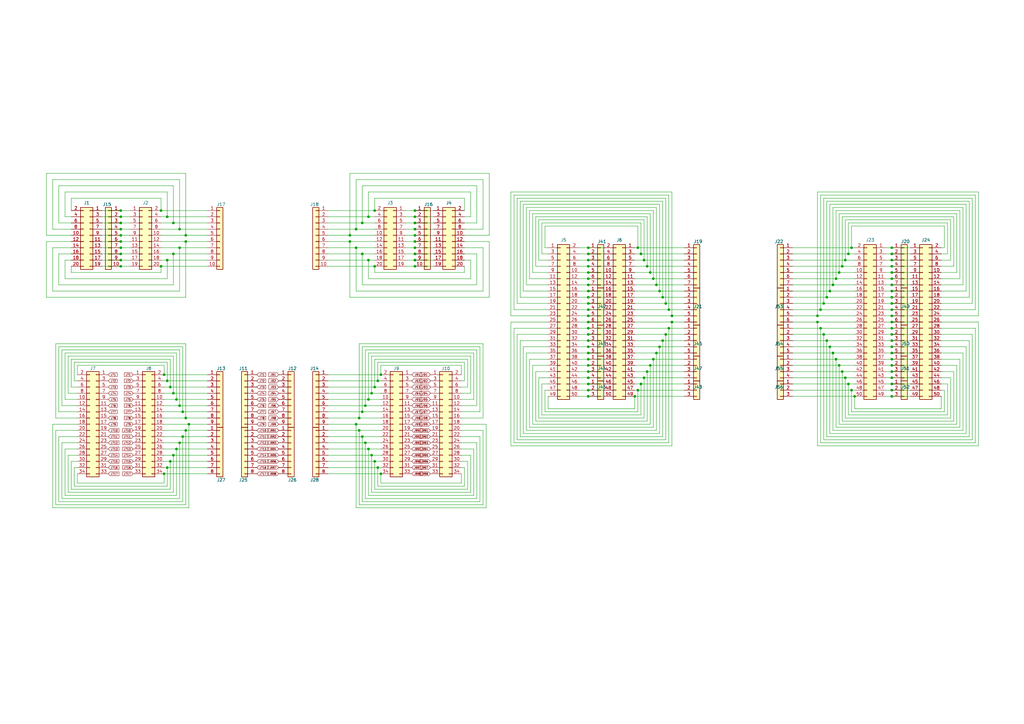
<source format=kicad_sch>
(kicad_sch (version 20230121) (generator eeschema)
  (paper "A3")
  (title_block (title "MFM/ST506 Breakout Board") (date "2021-12-14"))
  (junction (at 269.24 116.84))
  (junction (at 271.78 121.92))
  (junction (at 365.76 109.22))
  (junction (at 365.76 162.56))
  (junction (at 365.76 152.4))
  (junction (at 365.76 144.78))
  (junction (at 241.3 149.86))
  (junction (at 349.25 160.02))
  (junction (at 146.05 101.6))
  (junction (at 49.53 96.52))
  (junction (at 341.63 144.78))
  (junction (at 49.53 88.9))
  (junction (at 146.05 173.99))
  (junction (at 153.67 86.36))
  (junction (at 170.18 86.36))
  (junction (at 271.78 139.7))
  (junction (at 170.18 93.98))
  (junction (at 170.18 101.6))
  (junction (at 49.53 101.6))
  (junction (at 365.76 160.02))
  (junction (at 66.04 86.36))
  (junction (at 77.47 173.99))
  (junction (at 344.17 111.76))
  (junction (at 76.2 171.45))
  (junction (at 154.94 156.21))
  (junction (at 76.2 176.53))
  (junction (at 151.13 106.68))
  (junction (at 241.3 152.4))
  (junction (at 170.18 106.68))
  (junction (at 275.59 129.54))
  (junction (at 170.18 91.44))
  (junction (at 241.3 116.84))
  (junction (at 365.76 119.38))
  (junction (at 241.3 162.56))
  (junction (at 365.76 114.3))
  (junction (at 76.2 99.06))
  (junction (at 147.32 176.53))
  (junction (at 49.53 109.22))
  (junction (at 273.05 137.16))
  (junction (at 335.28 132.08))
  (junction (at 347.98 157.48))
  (junction (at 241.3 134.62))
  (junction (at 365.76 127))
  (junction (at 264.16 154.94))
  (junction (at 241.3 144.78))
  (junction (at 337.82 137.16))
  (junction (at 262.89 157.48))
  (junction (at 365.76 142.24))
  (junction (at 153.67 109.22))
  (junction (at 267.97 114.3))
  (junction (at 68.58 106.68))
  (junction (at 266.7 149.86))
  (junction (at 170.18 99.06))
  (junction (at 148.59 104.14))
  (junction (at 74.93 168.91))
  (junction (at 241.3 111.76))
  (junction (at 365.76 111.76))
  (junction (at 170.18 96.52))
  (junction (at 241.3 147.32))
  (junction (at 153.67 189.23))
  (junction (at 151.13 163.83))
  (junction (at 274.32 134.62))
  (junction (at 152.4 161.29))
  (junction (at 241.3 137.16))
  (junction (at 266.7 111.76))
  (junction (at 147.32 171.45))
  (junction (at 350.52 162.56))
  (junction (at 241.3 127))
  (junction (at 71.12 104.14))
  (junction (at 365.76 149.86))
  (junction (at 241.3 132.08))
  (junction (at 156.21 194.31))
  (junction (at 346.71 106.68))
  (junction (at 143.51 96.52))
  (junction (at 154.94 191.77))
  (junction (at 71.12 161.29))
  (junction (at 347.98 104.14))
  (junction (at 365.76 137.16))
  (junction (at 151.13 88.9))
  (junction (at 274.32 127))
  (junction (at 152.4 186.69))
  (junction (at 76.2 96.52))
  (junction (at 73.66 181.61))
  (junction (at 340.36 142.24))
  (junction (at 365.76 132.08))
  (junction (at 143.51 99.06))
  (junction (at 342.9 114.3))
  (junction (at 273.05 124.46))
  (junction (at 365.76 139.7))
  (junction (at 151.13 184.15))
  (junction (at 69.85 189.23))
  (junction (at 241.3 106.68))
  (junction (at 267.97 147.32))
  (junction (at 149.86 166.37))
  (junction (at 261.62 160.02))
  (junction (at 72.39 184.15))
  (junction (at 265.43 152.4))
  (junction (at 365.76 129.54))
  (junction (at 336.55 134.62))
  (junction (at 365.76 104.14))
  (junction (at 49.53 104.14))
  (junction (at 270.51 119.38))
  (junction (at 148.59 179.07))
  (junction (at 261.62 101.6))
  (junction (at 365.76 147.32))
  (junction (at 365.76 124.46))
  (junction (at 241.3 139.7))
  (junction (at 72.39 163.83))
  (junction (at 335.28 129.54))
  (junction (at 73.66 101.6))
  (junction (at 149.86 181.61))
  (junction (at 365.76 121.92))
  (junction (at 241.3 142.24))
  (junction (at 365.76 116.84))
  (junction (at 241.3 119.38))
  (junction (at 170.18 109.22))
  (junction (at 349.25 101.6))
  (junction (at 269.24 144.78))
  (junction (at 148.59 168.91))
  (junction (at 270.51 142.24))
  (junction (at 148.59 91.44))
  (junction (at 340.36 119.38))
  (junction (at 345.44 152.4))
  (junction (at 153.67 158.75))
  (junction (at 49.53 91.44))
  (junction (at 241.3 121.92))
  (junction (at 241.3 114.3))
  (junction (at 71.12 186.69))
  (junction (at 146.05 93.98))
  (junction (at 49.53 106.68))
  (junction (at 345.44 109.22))
  (junction (at 69.85 158.75))
  (junction (at 241.3 109.22))
  (junction (at 342.9 147.32))
  (junction (at 241.3 129.54))
  (junction (at 339.09 121.92))
  (junction (at 170.18 104.14))
  (junction (at 49.53 86.36))
  (junction (at 241.3 124.46))
  (junction (at 71.12 91.44))
  (junction (at 344.17 149.86))
  (junction (at 262.89 104.14))
  (junction (at 66.04 109.22))
  (junction (at 73.66 93.98))
  (junction (at 365.76 154.94))
  (junction (at 68.58 191.77))
  (junction (at 241.3 154.94))
  (junction (at 68.58 88.9))
  (junction (at 365.76 106.68))
  (junction (at 265.43 109.22))
  (junction (at 68.58 156.21))
  (junction (at 241.3 104.14))
  (junction (at 365.76 101.6))
  (junction (at 156.21 153.67))
  (junction (at 336.55 127))
  (junction (at 341.63 116.84))
  (junction (at 346.71 154.94))
  (junction (at 339.09 139.7))
  (junction (at 275.59 132.08))
  (junction (at 74.93 179.07))
  (junction (at 67.31 194.31))
  (junction (at 241.3 157.48))
  (junction (at 365.76 157.48))
  (junction (at 73.66 166.37))
  (junction (at 260.35 162.56))
  (junction (at 49.53 99.06))
  (junction (at 170.18 88.9))
  (junction (at 241.3 101.6))
  (junction (at 241.3 160.02))
  (junction (at 365.76 134.62))
  (junction (at 264.16 106.68))
  (junction (at 49.53 93.98))
  (junction (at 67.31 153.67))
  (junction (at 337.82 124.46))
  (wire (pts (xy 156.21 194.31) (xy 134.62 194.31)))
  (wire (pts (xy 345.44 172.72) (xy 391.16 172.72)))
  (wire (pts (xy 153.67 86.36) (xy 134.62 86.36)))
  (wire (pts (xy 398.78 81.28) (xy 398.78 124.46)))
  (wire (pts (xy 170.18 91.44) (xy 177.8 91.44)))
  (wire (pts (xy 151.13 203.2) (xy 194.31 203.2)))
  (wire (pts (xy 346.71 154.94) (xy 325.12 154.94)))
  (wire (pts (xy 350.52 152.4) (xy 345.44 152.4)))
  (wire (pts (xy 67.31 181.61) (xy 73.66 181.61)))
  (wire (pts (xy 336.55 181.61) (xy 336.55 134.62)))
  (wire (pts (xy 213.36 82.55) (xy 213.36 121.92)))
  (wire (pts (xy 85.09 186.69) (xy 71.12 186.69)))
  (wire (pts (xy 67.31 176.53) (xy 76.2 176.53)))
  (wire (pts (xy 149.86 204.47) (xy 149.86 181.61)))
  (wire (pts (xy 24.13 104.14) (xy 24.13 116.84)))
  (wire (pts (xy 166.37 86.36) (xy 170.18 86.36)))
  (wire (pts (xy 29.21 88.9) (xy 26.67 88.9)))
  (wire (pts (xy 363.22 106.68) (xy 365.76 106.68)))
  (wire (pts (xy 365.76 127) (xy 373.38 127)))
  (wire (pts (xy 280.67 144.78) (xy 269.24 144.78)))
  (wire (pts (xy 68.58 88.9) (xy 66.04 88.9)))
  (wire (pts (xy 143.51 71.12) (xy 143.51 96.52)))
  (wire (pts (xy 166.37 99.06) (xy 170.18 99.06)))
  (wire (pts (xy 270.51 142.24) (xy 260.35 142.24)))
  (wire (pts (xy 69.85 189.23) (xy 69.85 200.66)))
  (wire (pts (xy 365.76 162.56) (xy 373.38 162.56)))
  (wire (pts (xy 195.58 76.2) (xy 195.58 91.44)))
  (wire (pts (xy 365.76 111.76) (xy 373.38 111.76)))
  (wire (pts (xy 156.21 179.07) (xy 148.59 179.07)))
  (wire (pts (xy 27.94 161.29) (xy 31.75 161.29)))
  (wire (pts (xy 190.5 96.52) (xy 200.66 96.52)))
  (wire (pts (xy 270.51 83.82) (xy 270.51 119.38)))
  (wire (pts (xy 76.2 71.12) (xy 19.05 71.12)))
  (wire (pts (xy 22.86 171.45) (xy 22.86 140.97)))
  (wire (pts (xy 26.67 144.78) (xy 72.39 144.78)))
  (wire (pts (xy 365.76 114.3) (xy 373.38 114.3)))
  (wire (pts (xy 29.21 109.22) (xy 29.21 111.76)))
  (wire (pts (xy 220.98 171.45) (xy 220.98 154.94)))
  (wire (pts (xy 280.67 162.56) (xy 260.35 162.56)))
  (wire (pts (xy 391.16 172.72) (xy 391.16 152.4)))
  (wire (pts (xy 275.59 182.88) (xy 275.59 132.08)))
  (wire (pts (xy 270.51 177.8) (xy 270.51 142.24)))
  (wire (pts (xy 386.08 160.02) (xy 387.35 160.02)))
  (wire (pts (xy 237.49 111.76) (xy 241.3 111.76)))
  (wire (pts (xy 363.22 109.22) (xy 365.76 109.22)))
  (wire (pts (xy 365.76 149.86) (xy 373.38 149.86)))
  (wire (pts (xy 394.97 116.84) (xy 394.97 85.09)))
  (wire (pts (xy 41.91 91.44) (xy 49.53 91.44)))
  (wire (pts (xy 398.78 180.34) (xy 398.78 137.16)))
  (wire (pts (xy 151.13 78.74) (xy 193.04 78.74)))
  (wire (pts (xy 166.37 93.98) (xy 170.18 93.98)))
  (wire (pts (xy 220.98 154.94) (xy 224.79 154.94)))
  (wire (pts (xy 241.3 154.94) (xy 247.65 154.94)))
  (wire (pts (xy 85.09 161.29) (xy 71.12 161.29)))
  (wire (pts (xy 280.67 129.54) (xy 275.59 129.54)))
  (wire (pts (xy 85.09 86.36) (xy 66.04 86.36)))
  (wire (pts (xy 341.63 116.84) (xy 325.12 116.84)))
  (wire (pts (xy 147.32 171.45) (xy 134.62 171.45)))
  (wire (pts (xy 386.08 111.76) (xy 392.43 111.76)))
  (wire (pts (xy 85.09 91.44) (xy 71.12 91.44)))
  (wire (pts (xy 241.3 114.3) (xy 247.65 114.3)))
  (wire (pts (xy 345.44 109.22) (xy 345.44 88.9)))
  (wire (pts (xy 71.12 104.14) (xy 66.04 104.14)))
  (wire (pts (xy 401.32 78.74) (xy 401.32 129.54)))
  (wire (pts (xy 68.58 114.3) (xy 26.67 114.3)))
  (wire (pts (xy 67.31 186.69) (xy 71.12 186.69)))
  (wire (pts (xy 219.71 152.4) (xy 219.71 172.72)))
  (wire (pts (xy 365.76 134.62) (xy 373.38 134.62)))
  (wire (pts (xy 397.51 82.55) (xy 339.09 82.55)))
  (wire (pts (xy 215.9 176.53) (xy 215.9 144.78)))
  (wire (pts (xy 237.49 142.24) (xy 241.3 142.24)))
  (wire (pts (xy 274.32 127) (xy 274.32 80.01)))
  (wire (pts (xy 193.04 106.68) (xy 193.04 114.3)))
  (wire (pts (xy 73.66 101.6) (xy 73.66 119.38)))
  (wire (pts (xy 223.52 168.91) (xy 223.52 160.02)))
  (wire (pts (xy 363.22 132.08) (xy 365.76 132.08)))
  (wire (pts (xy 153.67 81.28) (xy 190.5 81.28)))
  (wire (pts (xy 210.82 134.62) (xy 224.79 134.62)))
  (wire (pts (xy 337.82 180.34) (xy 398.78 180.34)))
  (wire (pts (xy 342.9 86.36) (xy 393.7 86.36)))
  (wire (pts (xy 134.62 101.6) (xy 146.05 101.6)))
  (wire (pts (xy 363.22 142.24) (xy 365.76 142.24)))
  (wire (pts (xy 339.09 121.92) (xy 325.12 121.92)))
  (wire (pts (xy 189.23 156.21) (xy 190.5 156.21)))
  (wire (pts (xy 193.04 114.3) (xy 151.13 114.3)))
  (wire (pts (xy 149.86 166.37) (xy 134.62 166.37)))
  (wire (pts (xy 224.79 142.24) (xy 214.63 142.24)))
  (wire (pts (xy 148.59 104.14) (xy 148.59 116.84)))
  (wire (pts (xy 24.13 142.24) (xy 74.93 142.24)))
  (wire (pts (xy 241.3 142.24) (xy 247.65 142.24)))
  (wire (pts (xy 386.08 116.84) (xy 394.97 116.84)))
  (wire (pts (xy 30.48 156.21) (xy 31.75 156.21)))
  (wire (pts (xy 237.49 147.32) (xy 241.3 147.32)))
  (wire (pts (xy 143.51 99.06) (xy 143.51 121.92)))
  (wire (pts (xy 344.17 173.99) (xy 344.17 149.86)))
  (wire (pts (xy 260.35 121.92) (xy 271.78 121.92)))
  (wire (pts (xy 224.79 147.32) (xy 217.17 147.32)))
  (wire (pts (xy 49.53 88.9) (xy 53.34 88.9)))
  (wire (pts (xy 398.78 124.46) (xy 386.08 124.46)))
  (wire (pts (xy 29.21 158.75) (xy 29.21 147.32)))
  (wire (pts (xy 280.67 104.14) (xy 262.89 104.14)))
  (wire (pts (xy 398.78 137.16) (xy 386.08 137.16)))
  (wire (pts (xy 26.67 203.2) (xy 72.39 203.2)))
  (wire (pts (xy 31.75 171.45) (xy 22.86 171.45)))
  (wire (pts (xy 85.09 101.6) (xy 73.66 101.6)))
  (wire (pts (xy 339.09 82.55) (xy 339.09 121.92)))
  (wire (pts (xy 21.59 208.28) (xy 77.47 208.28)))
  (wire (pts (xy 68.58 106.68) (xy 68.58 114.3)))
  (wire (pts (xy 224.79 157.48) (xy 222.25 157.48)))
  (wire (pts (xy 148.59 179.07) (xy 148.59 205.74)))
  (wire (pts (xy 153.67 200.66) (xy 191.77 200.66)))
  (wire (pts (xy 350.52 142.24) (xy 340.36 142.24)))
  (wire (pts (xy 147.32 176.53) (xy 156.21 176.53)))
  (wire (pts (xy 387.35 92.71) (xy 349.25 92.71)))
  (wire (pts (xy 241.3 106.68) (xy 247.65 106.68)))
  (wire (pts (xy 166.37 104.14) (xy 170.18 104.14)))
  (wire (pts (xy 191.77 200.66) (xy 191.77 189.23)))
  (wire (pts (xy 41.91 101.6) (xy 49.53 101.6)))
  (wire (pts (xy 387.35 160.02) (xy 387.35 168.91)))
  (wire (pts (xy 363.22 154.94) (xy 365.76 154.94)))
  (wire (pts (xy 363.22 139.7) (xy 365.76 139.7)))
  (wire (pts (xy 241.3 149.86) (xy 247.65 149.86)))
  (wire (pts (xy 336.55 127) (xy 350.52 127)))
  (wire (pts (xy 198.12 207.01) (xy 147.32 207.01)))
  (wire (pts (xy 219.71 88.9) (xy 265.43 88.9)))
  (wire (pts (xy 143.51 96.52) (xy 134.62 96.52)))
  (wire (pts (xy 237.49 144.78) (xy 241.3 144.78)))
  (wire (pts (xy 218.44 173.99) (xy 218.44 149.86)))
  (wire (pts (xy 22.86 140.97) (xy 76.2 140.97)))
  (wire (pts (xy 153.67 91.44) (xy 148.59 91.44)))
  (wire (pts (xy 340.36 119.38) (xy 325.12 119.38)))
  (wire (pts (xy 396.24 83.82) (xy 396.24 119.38)))
  (wire (pts (xy 218.44 87.63) (xy 218.44 111.76)))
  (wire (pts (xy 190.5 148.59) (xy 154.94 148.59)))
  (wire (pts (xy 148.59 116.84) (xy 195.58 116.84)))
  (wire (pts (xy 27.94 146.05) (xy 71.12 146.05)))
  (wire (pts (xy 280.67 149.86) (xy 266.7 149.86)))
  (wire (pts (xy 388.62 157.48) (xy 386.08 157.48)))
  (wire (pts (xy 166.37 96.52) (xy 170.18 96.52)))
  (wire (pts (xy 85.09 156.21) (xy 68.58 156.21)))
  (wire (pts (xy 264.16 90.17) (xy 220.98 90.17)))
  (wire (pts (xy 71.12 76.2) (xy 71.12 91.44)))
  (wire (pts (xy 365.76 137.16) (xy 373.38 137.16)))
  (wire (pts (xy 339.09 121.92) (xy 350.52 121.92)))
  (wire (pts (xy 148.59 168.91) (xy 156.21 168.91)))
  (wire (pts (xy 396.24 119.38) (xy 386.08 119.38)))
  (wire (pts (xy 280.67 106.68) (xy 264.16 106.68)))
  (wire (pts (xy 214.63 142.24) (xy 214.63 177.8)))
  (wire (pts (xy 280.67 119.38) (xy 270.51 119.38)))
  (wire (pts (xy 260.35 127) (xy 274.32 127)))
  (wire (pts (xy 388.62 104.14) (xy 386.08 104.14)))
  (wire (pts (xy 363.22 162.56) (xy 365.76 162.56)))
  (wire (pts (xy 336.55 134.62) (xy 325.12 134.62)))
  (wire (pts (xy 350.52 109.22) (xy 345.44 109.22)))
  (wire (pts (xy 365.76 154.94) (xy 373.38 154.94)))
  (wire (pts (xy 401.32 182.88) (xy 401.32 132.08)))
  (wire (pts (xy 392.43 173.99) (xy 344.17 173.99)))
  (wire (pts (xy 25.4 181.61) (xy 31.75 181.61)))
  (wire (pts (xy 237.49 154.94) (xy 241.3 154.94)))
  (wire (pts (xy 241.3 101.6) (xy 247.65 101.6)))
  (wire (pts (xy 336.55 134.62) (xy 350.52 134.62)))
  (wire (pts (xy 66.04 96.52) (xy 76.2 96.52)))
  (wire (pts (xy 349.25 160.02) (xy 325.12 160.02)))
  (wire (pts (xy 72.39 184.15) (xy 67.31 184.15)))
  (wire (pts (xy 392.43 111.76) (xy 392.43 87.63)))
  (wire (pts (xy 400.05 181.61) (xy 336.55 181.61)))
  (wire (pts (xy 388.62 170.18) (xy 388.62 157.48)))
  (wire (pts (xy 280.67 114.3) (xy 267.97 114.3)))
  (wire (pts (xy 365.76 144.78) (xy 373.38 144.78)))
  (wire (pts (xy 340.36 142.24) (xy 325.12 142.24)))
  (wire (pts (xy 198.12 176.53) (xy 198.12 207.01)))
  (wire (pts (xy 195.58 104.14) (xy 190.5 104.14)))
  (wire (pts (xy 66.04 101.6) (xy 73.66 101.6)))
  (wire (pts (xy 336.55 80.01) (xy 336.55 127)))
  (wire (pts (xy 198.12 119.38) (xy 146.05 119.38)))
  (wire (pts (xy 148.59 91.44) (xy 134.62 91.44)))
  (wire (pts (xy 152.4 161.29) (xy 156.21 161.29)))
  (wire (pts (xy 154.94 191.77) (xy 156.21 191.77)))
  (wire (pts (xy 154.94 156.21) (xy 134.62 156.21)))
  (wire (pts (xy 280.67 124.46) (xy 273.05 124.46)))
  (wire (pts (xy 26.67 163.83) (xy 31.75 163.83)))
  (wire (pts (xy 391.16 88.9) (xy 391.16 109.22)))
  (wire (pts (xy 24.13 116.84) (xy 71.12 116.84)))
  (wire (pts (xy 342.9 147.32) (xy 325.12 147.32)))
  (wire (pts (xy 151.13 114.3) (xy 151.13 106.68)))
  (wire (pts (xy 151.13 106.68) (xy 153.67 106.68)))
  (wire (pts (xy 340.36 177.8) (xy 396.24 177.8)))
  (wire (pts (xy 85.09 166.37) (xy 73.66 166.37)))
  (wire (pts (xy 213.36 121.92) (xy 224.79 121.92)))
  (wire (pts (xy 363.22 134.62) (xy 365.76 134.62)))
  (wire (pts (xy 29.21 99.06) (xy 19.05 99.06)))
  (wire (pts (xy 73.66 181.61) (xy 73.66 204.47)))
  (wire (pts (xy 220.98 106.68) (xy 224.79 106.68)))
  (wire (pts (xy 386.08 149.86) (xy 392.43 149.86)))
  (wire (pts (xy 280.67 152.4) (xy 265.43 152.4)))
  (wire (pts (xy 29.21 104.14) (xy 24.13 104.14)))
  (wire (pts (xy 394.97 176.53) (xy 341.63 176.53)))
  (wire (pts (xy 74.93 142.24) (xy 74.93 168.91)))
  (wire (pts (xy 350.52 157.48) (xy 347.98 157.48)))
  (wire (pts (xy 345.44 88.9) (xy 391.16 88.9)))
  (wire (pts (xy 266.7 111.76) (xy 266.7 87.63)))
  (wire (pts (xy 27.94 201.93) (xy 27.94 186.69)))
  (wire (pts (xy 401.32 132.08) (xy 386.08 132.08)))
  (wire (pts (xy 27.94 201.93) (xy 71.12 201.93)))
  (wire (pts (xy 365.76 132.08) (xy 373.38 132.08)))
  (wire (pts (xy 189.23 198.12) (xy 189.23 194.31)))
  (wire (pts (xy 85.09 194.31) (xy 67.31 194.31)))
  (wire (pts (xy 67.31 163.83) (xy 72.39 163.83)))
  (wire (pts (xy 345.44 109.22) (xy 325.12 109.22)))
  (wire (pts (xy 189.23 168.91) (xy 196.85 168.91)))
  (wire (pts (xy 346.71 90.17) (xy 346.71 106.68)))
  (wire (pts (xy 269.24 85.09) (xy 215.9 85.09)))
  (wire (pts (xy 85.09 99.06) (xy 76.2 99.06)))
  (wire (pts (xy 260.35 167.64) (xy 260.35 162.56)))
  (wire (pts (xy 151.13 144.78) (xy 151.13 163.83)))
  (wire (pts (xy 49.53 109.22) (xy 53.34 109.22)))
  (wire (pts (xy 152.4 201.93) (xy 152.4 186.69)))
  (wire (pts (xy 280.67 139.7) (xy 271.78 139.7)))
  (wire (pts (xy 30.48 148.59) (xy 30.48 156.21)))
  (wire (pts (xy 148.59 76.2) (xy 195.58 76.2)))
  (wire (pts (xy 151.13 163.83) (xy 156.21 163.83)))
  (wire (pts (xy 67.31 168.91) (xy 74.93 168.91)))
  (wire (pts (xy 143.51 121.92) (xy 200.66 121.92)))
  (wire (pts (xy 365.76 147.32) (xy 373.38 147.32)))
  (wire (pts (xy 31.75 194.31) (xy 31.75 198.12)))
  (wire (pts (xy 363.22 121.92) (xy 365.76 121.92)))
  (wire (pts (xy 212.09 81.28) (xy 273.05 81.28)))
  (wire (pts (xy 153.67 99.06) (xy 143.51 99.06)))
  (wire (pts (xy 363.22 101.6) (xy 365.76 101.6)))
  (wire (pts (xy 267.97 114.3) (xy 260.35 114.3)))
  (wire (pts (xy 269.24 116.84) (xy 269.24 85.09)))
  (wire (pts (xy 341.63 176.53) (xy 341.63 144.78)))
  (wire (pts (xy 146.05 73.66) (xy 146.05 93.98)))
  (wire (pts (xy 190.5 106.68) (xy 193.04 106.68)))
  (wire (pts (xy 212.09 124.46) (xy 212.09 81.28)))
  (wire (pts (xy 350.52 114.3) (xy 342.9 114.3)))
  (wire (pts (xy 241.3 139.7) (xy 247.65 139.7)))
  (wire (pts (xy 85.09 153.67) (xy 67.31 153.67)))
  (wire (pts (xy 267.97 147.32) (xy 260.35 147.32)))
  (wire (pts (xy 149.86 143.51) (xy 195.58 143.51)))
  (wire (pts (xy 196.85 179.07) (xy 189.23 179.07)))
  (wire (pts (xy 341.63 144.78) (xy 325.12 144.78)))
  (wire (pts (xy 386.08 144.78) (xy 394.97 144.78)))
  (wire (pts (xy 73.66 166.37) (xy 67.31 166.37)))
  (wire (pts (xy 148.59 91.44) (xy 148.59 76.2)))
  (wire (pts (xy 31.75 173.99) (xy 21.59 173.99)))
  (wire (pts (xy 214.63 119.38) (xy 214.63 83.82)))
  (wire (pts (xy 193.04 201.93) (xy 152.4 201.93)))
  (wire (pts (xy 224.79 167.64) (xy 260.35 167.64)))
  (wire (pts (xy 260.35 154.94) (xy 264.16 154.94)))
  (wire (pts (xy 143.51 96.52) (xy 153.67 96.52)))
  (wire (pts (xy 346.71 171.45) (xy 346.71 154.94)))
  (wire (pts (xy 344.17 149.86) (xy 350.52 149.86)))
  (wire (pts (xy 241.3 137.16) (xy 247.65 137.16)))
  (wire (pts (xy 237.49 116.84) (xy 241.3 116.84)))
  (wire (pts (xy 241.3 124.46) (xy 247.65 124.46)))
  (wire (pts (xy 350.52 129.54) (xy 335.28 129.54)))
  (wire (pts (xy 156.21 158.75) (xy 153.67 158.75)))
  (wire (pts (xy 237.49 106.68) (xy 241.3 106.68)))
  (wire (pts (xy 195.58 204.47) (xy 149.86 204.47)))
  (wire (pts (xy 280.67 160.02) (xy 261.62 160.02)))
  (wire (pts (xy 49.53 101.6) (xy 53.34 101.6)))
  (wire (pts (xy 170.18 96.52) (xy 177.8 96.52)))
  (wire (pts (xy 350.52 147.32) (xy 342.9 147.32)))
  (wire (pts (xy 341.63 116.84) (xy 350.52 116.84)))
  (wire (pts (xy 260.35 134.62) (xy 274.32 134.62)))
  (wire (pts (xy 85.09 104.14) (xy 71.12 104.14)))
  (wire (pts (xy 269.24 144.78) (xy 269.24 176.53)))
  (wire (pts (xy 365.76 157.48) (xy 373.38 157.48)))
  (wire (pts (xy 27.94 146.05) (xy 27.94 161.29)))
  (wire (pts (xy 222.25 157.48) (xy 222.25 170.18)))
  (wire (pts (xy 68.58 191.77) (xy 68.58 199.39)))
  (wire (pts (xy 212.09 180.34) (xy 273.05 180.34)))
  (wire (pts (xy 260.35 101.6) (xy 261.62 101.6)))
  (wire (pts (xy 41.91 96.52) (xy 49.53 96.52)))
  (wire (pts (xy 85.09 184.15) (xy 72.39 184.15)))
  (wire (pts (xy 280.67 147.32) (xy 267.97 147.32)))
  (wire (pts (xy 347.98 104.14) (xy 347.98 91.44)))
  (wire (pts (xy 280.67 111.76) (xy 266.7 111.76)))
  (wire (pts (xy 336.55 127) (xy 325.12 127)))
  (wire (pts (xy 280.67 116.84) (xy 269.24 116.84)))
  (wire (pts (xy 149.86 181.61) (xy 156.21 181.61)))
  (wire (pts (xy 337.82 137.16) (xy 325.12 137.16)))
  (wire (pts (xy 153.67 158.75) (xy 153.67 147.32)))
  (wire (pts (xy 31.75 189.23) (xy 29.21 189.23)))
  (wire (pts (xy 237.49 149.86) (xy 241.3 149.86)))
  (wire (pts (xy 280.67 154.94) (xy 264.16 154.94)))
  (wire (pts (xy 392.43 149.86) (xy 392.43 173.99)))
  (wire (pts (xy 29.21 200.66) (xy 69.85 200.66)))
  (wire (pts (xy 166.37 101.6) (xy 170.18 101.6)))
  (wire (pts (xy 19.05 99.06) (xy 19.05 121.92)))
  (wire (pts (xy 24.13 142.24) (xy 24.13 168.91)))
  (wire (pts (xy 22.86 176.53) (xy 31.75 176.53)))
  (wire (pts (xy 213.36 139.7) (xy 224.79 139.7)))
  (wire (pts (xy 153.67 109.22) (xy 153.67 111.76)))
  (wire (pts (xy 337.82 124.46) (xy 325.12 124.46)))
  (wire (pts (xy 217.17 175.26) (xy 267.97 175.26)))
  (wire (pts (xy 210.82 181.61) (xy 210.82 134.62)))
  (wire (pts (xy 148.59 179.07) (xy 134.62 179.07)))
  (wire (pts (xy 69.85 189.23) (xy 67.31 189.23)))
  (wire (pts (xy 386.08 167.64) (xy 386.08 162.56)))
  (wire (pts (xy 30.48 191.77) (xy 31.75 191.77)))
  (wire (pts (xy 224.79 104.14) (xy 222.25 104.14)))
  (wire (pts (xy 73.66 93.98) (xy 73.66 73.66)))
  (wire (pts (xy 73.66 73.66) (xy 21.59 73.66)))
  (wire (pts (xy 209.55 78.74) (xy 275.59 78.74)))
  (wire (pts (xy 156.21 166.37) (xy 149.86 166.37)))
  (wire (pts (xy 396.24 177.8) (xy 396.24 142.24)))
  (wire (pts (xy 346.71 106.68) (xy 350.52 106.68)))
  (wire (pts (xy 349.25 92.71) (xy 349.25 101.6)))
  (wire (pts (xy 224.79 109.22) (xy 219.71 109.22)))
  (wire (pts (xy 271.78 179.07) (xy 213.36 179.07)))
  (wire (pts (xy 153.67 189.23) (xy 134.62 189.23)))
  (wire (pts (xy 189.23 161.29) (xy 193.04 161.29)))
  (wire (pts (xy 400.05 80.01) (xy 336.55 80.01)))
  (wire (pts (xy 67.31 191.77) (xy 68.58 191.77)))
  (wire (pts (xy 49.53 106.68) (xy 53.34 106.68)))
  (wire (pts (xy 170.18 104.14) (xy 177.8 104.14)))
  (wire (pts (xy 196.85 142.24) (xy 148.59 142.24)))
  (wire (pts (xy 223.52 92.71) (xy 223.52 101.6)))
  (wire (pts (xy 350.52 119.38) (xy 340.36 119.38)))
  (wire (pts (xy 280.67 142.24) (xy 270.51 142.24)))
  (wire (pts (xy 210.82 127) (xy 224.79 127)))
  (wire (pts (xy 154.94 199.39) (xy 154.94 191.77)))
  (wire (pts (xy 73.66 181.61) (xy 85.09 181.61)))
  (wire (pts (xy 170.18 99.06) (xy 177.8 99.06)))
  (wire (pts (xy 392.43 87.63) (xy 344.17 87.63)))
  (wire (pts (xy 397.51 121.92) (xy 397.51 82.55)))
  (wire (pts (xy 401.32 129.54) (xy 386.08 129.54)))
  (wire (pts (xy 341.63 85.09) (xy 341.63 116.84)))
  (wire (pts (xy 223.52 160.02) (xy 224.79 160.02)))
  (wire (pts (xy 335.28 132.08) (xy 325.12 132.08)))
  (wire (pts (xy 19.05 96.52) (xy 29.21 96.52)))
  (wire (pts (xy 269.24 176.53) (xy 215.9 176.53)))
  (wire (pts (xy 241.3 127) (xy 247.65 127)))
  (wire (pts (xy 25.4 166.37) (xy 25.4 143.51)))
  (wire (pts (xy 365.76 139.7) (xy 373.38 139.7)))
  (wire (pts (xy 154.94 191.77) (xy 134.62 191.77)))
  (wire (pts (xy 365.76 119.38) (xy 373.38 119.38)))
  (wire (pts (xy 156.21 184.15) (xy 151.13 184.15)))
  (wire (pts (xy 212.09 137.16) (xy 212.09 180.34)))
  (wire (pts (xy 393.7 114.3) (xy 386.08 114.3)))
  (wire (pts (xy 85.09 96.52) (xy 76.2 96.52)))
  (wire (pts (xy 344.17 149.86) (xy 325.12 149.86)))
  (wire (pts (xy 41.91 106.68) (xy 49.53 106.68)))
  (wire (pts (xy 152.4 161.29) (xy 134.62 161.29)))
  (wire (pts (xy 363.22 114.3) (xy 365.76 114.3)))
  (wire (pts (xy 154.94 156.21) (xy 156.21 156.21)))
  (wire (pts (xy 31.75 166.37) (xy 25.4 166.37)))
  (wire (pts (xy 26.67 106.68) (xy 29.21 106.68)))
  (wire (pts (xy 241.3 162.56) (xy 247.65 162.56)))
  (wire (pts (xy 260.35 116.84) (xy 269.24 116.84)))
  (wire (pts (xy 345.44 152.4) (xy 325.12 152.4)))
  (wire (pts (xy 241.3 116.84) (xy 247.65 116.84)))
  (wire (pts (xy 21.59 101.6) (xy 29.21 101.6)))
  (wire (pts (xy 280.67 157.48) (xy 262.89 157.48)))
  (wire (pts (xy 363.22 104.14) (xy 365.76 104.14)))
  (wire (pts (xy 209.55 132.08) (xy 209.55 182.88)))
  (wire (pts (xy 386.08 106.68) (xy 389.89 106.68)))
  (wire (pts (xy 273.05 124.46) (xy 260.35 124.46)))
  (wire (pts (xy 237.49 129.54) (xy 241.3 129.54)))
  (wire (pts (xy 270.51 119.38) (xy 260.35 119.38)))
  (wire (pts (xy 220.98 90.17) (xy 220.98 106.68)))
  (wire (pts (xy 73.66 143.51) (xy 73.66 166.37)))
  (wire (pts (xy 262.89 170.18) (xy 262.89 157.48)))
  (wire (pts (xy 393.7 147.32) (xy 386.08 147.32)))
  (wire (pts (xy 166.37 91.44) (xy 170.18 91.44)))
  (wire (pts (xy 365.76 116.84) (xy 373.38 116.84)))
  (wire (pts (xy 24.13 76.2) (xy 71.12 76.2)))
  (wire (pts (xy 147.32 171.45) (xy 147.32 140.97)))
  (wire (pts (xy 67.31 149.86) (xy 67.31 153.67)))
  (wire (pts (xy 219.71 109.22) (xy 219.71 88.9)))
  (wire (pts (xy 337.82 81.28) (xy 398.78 81.28)))
  (wire (pts (xy 194.31 203.2) (xy 194.31 184.15)))
  (wire (pts (xy 198.12 171.45) (xy 189.23 171.45)))
  (wire (pts (xy 241.3 160.02) (xy 247.65 160.02)))
  (wire (pts (xy 49.53 86.36) (xy 53.34 86.36)))
  (wire (pts (xy 260.35 139.7) (xy 271.78 139.7)))
  (wire (pts (xy 363.22 152.4) (xy 365.76 152.4)))
  (wire (pts (xy 147.32 207.01) (xy 147.32 176.53)))
  (wire (pts (xy 27.94 186.69) (xy 31.75 186.69)))
  (wire (pts (xy 224.79 137.16) (xy 212.09 137.16)))
  (wire (pts (xy 198.12 101.6) (xy 198.12 119.38)))
  (wire (pts (xy 347.98 170.18) (xy 388.62 170.18)))
  (wire (pts (xy 274.32 80.01) (xy 210.82 80.01)))
  (wire (pts (xy 342.9 147.32) (xy 342.9 175.26)))
  (wire (pts (xy 363.22 116.84) (xy 365.76 116.84)))
  (wire (pts (xy 387.35 101.6) (xy 387.35 92.71)))
  (wire (pts (xy 156.21 198.12) (xy 189.23 198.12)))
  (wire (pts (xy 267.97 86.36) (xy 267.97 114.3)))
  (wire (pts (xy 190.5 93.98) (xy 198.12 93.98)))
  (wire (pts (xy 24.13 179.07) (xy 24.13 205.74)))
  (wire (pts (xy 76.2 171.45) (xy 76.2 140.97)))
  (wire (pts (xy 26.67 184.15) (xy 26.67 203.2)))
  (wire (pts (xy 349.25 101.6) (xy 350.52 101.6)))
  (wire (pts (xy 237.49 124.46) (xy 241.3 124.46)))
  (wire (pts (xy 24.13 91.44) (xy 24.13 76.2)))
  (wire (pts (xy 337.82 124.46) (xy 337.82 81.28)))
  (wire (pts (xy 346.71 106.68) (xy 325.12 106.68)))
  (wire (pts (xy 237.49 132.08) (xy 241.3 132.08)))
  (wire (pts (xy 340.36 119.38) (xy 340.36 83.82)))
  (wire (pts (xy 346.71 154.94) (xy 350.52 154.94)))
  (wire (pts (xy 218.44 149.86) (xy 224.79 149.86)))
  (wire (pts (xy 265.43 172.72) (xy 265.43 152.4)))
  (wire (pts (xy 237.49 101.6) (xy 241.3 101.6)))
  (wire (pts (xy 237.49 127) (xy 241.3 127)))
  (wire (pts (xy 153.67 189.23) (xy 153.67 200.66)))
  (wire (pts (xy 72.39 184.15) (xy 72.39 203.2)))
  (wire (pts (xy 273.05 81.28) (xy 273.05 124.46)))
  (wire (pts (xy 190.5 156.21) (xy 190.5 148.59)))
  (wire (pts (xy 71.12 146.05) (xy 71.12 161.29)))
  (wire (pts (xy 386.08 134.62) (xy 400.05 134.62)))
  (wire (pts (xy 261.62 101.6) (xy 280.67 101.6)))
  (wire (pts (xy 193.04 186.69) (xy 193.04 201.93)))
  (wire (pts (xy 224.79 124.46) (xy 212.09 124.46)))
  (wire (pts (xy 217.17 114.3) (xy 217.17 86.36)))
  (wire (pts (xy 29.21 91.44) (xy 24.13 91.44)))
  (wire (pts (xy 350.52 162.56) (xy 325.12 162.56)))
  (wire (pts (xy 266.7 173.99) (xy 218.44 173.99)))
  (wire (pts (xy 29.21 111.76) (xy 66.04 111.76)))
  (wire (pts (xy 280.67 127) (xy 274.32 127)))
  (wire (pts (xy 22.86 207.01) (xy 76.2 207.01)))
  (wire (pts (xy 85.09 106.68) (xy 68.58 106.68)))
  (wire (pts (xy 339.09 179.07) (xy 339.09 139.7)))
  (wire (pts (xy 85.09 171.45) (xy 76.2 171.45)))
  (wire (pts (xy 274.32 181.61) (xy 210.82 181.61)))
  (wire (pts (xy 190.5 199.39) (xy 154.94 199.39)))
  (wire (pts (xy 280.67 109.22) (xy 265.43 109.22)))
  (wire (pts (xy 271.78 121.92) (xy 271.78 82.55)))
  (wire (pts (xy 200.66 99.06) (xy 190.5 99.06)))
  (wire (pts (xy 241.3 111.76) (xy 247.65 111.76)))
  (wire (pts (xy 85.09 163.83) (xy 72.39 163.83)))
  (wire (pts (xy 365.76 152.4) (xy 373.38 152.4)))
  (wire (pts (xy 237.49 134.62) (xy 241.3 134.62)))
  (wire (pts (xy 280.67 121.92) (xy 271.78 121.92)))
  (wire (pts (xy 189.23 191.77) (xy 190.5 191.77)))
  (wire (pts (xy 166.37 109.22) (xy 170.18 109.22)))
  (wire (pts (xy 365.76 142.24) (xy 373.38 142.24)))
  (wire (pts (xy 146.05 119.38) (xy 146.05 101.6)))
  (wire (pts (xy 85.09 179.07) (xy 74.93 179.07)))
  (wire (pts (xy 350.52 124.46) (xy 337.82 124.46)))
  (wire (pts (xy 265.43 152.4) (xy 260.35 152.4)))
  (wire (pts (xy 394.97 144.78) (xy 394.97 176.53)))
  (wire (pts (xy 340.36 142.24) (xy 340.36 177.8)))
  (wire (pts (xy 30.48 199.39) (xy 30.48 191.77)))
  (wire (pts (xy 26.67 144.78) (xy 26.67 163.83)))
  (wire (pts (xy 153.67 111.76) (xy 190.5 111.76)))
  (wire (pts (xy 218.44 111.76) (xy 224.79 111.76)))
  (wire (pts (xy 134.62 99.06) (xy 143.51 99.06)))
  (wire (pts (xy 214.63 83.82) (xy 270.51 83.82)))
  (wire (pts (xy 275.59 132.08) (xy 260.35 132.08)))
  (wire (pts (xy 391.16 109.22) (xy 386.08 109.22)))
  (wire (pts (xy 31.75 158.75) (xy 29.21 158.75)))
  (wire (pts (xy 76.2 171.45) (xy 67.31 171.45)))
  (wire (pts (xy 386.08 121.92) (xy 397.51 121.92)))
  (wire (pts (xy 76.2 99.06) (xy 66.04 99.06)))
  (wire (pts (xy 264.16 106.68) (xy 264.16 90.17)))
  (wire (pts (xy 153.67 88.9) (xy 151.13 88.9)))
  (wire (pts (xy 195.58 181.61) (xy 195.58 204.47)))
  (wire (pts (xy 264.16 171.45) (xy 220.98 171.45)))
  (wire (pts (xy 237.49 157.48) (xy 241.3 157.48)))
  (wire (pts (xy 19.05 71.12) (xy 19.05 96.52)))
  (wire (pts (xy 275.59 129.54) (xy 260.35 129.54)))
  (wire (pts (xy 49.53 99.06) (xy 53.34 99.06)))
  (wire (pts (xy 189.23 181.61) (xy 195.58 181.61)))
  (wire (pts (xy 350.52 162.56) (xy 350.52 167.64)))
  (wire (pts (xy 196.85 205.74) (xy 196.85 179.07)))
  (wire (pts (xy 71.12 186.69) (xy 71.12 201.93)))
  (wire (pts (xy 49.53 96.52) (xy 53.34 96.52)))
  (wire (pts (xy 209.55 182.88) (xy 275.59 182.88)))
  (wire (pts (xy 195.58 91.44) (xy 190.5 91.44)))
  (wire (pts (xy 170.18 86.36) (xy 177.8 86.36)))
  (wire (pts (xy 241.3 119.38) (xy 247.65 119.38)))
  (wire (pts (xy 389.89 171.45) (xy 346.71 171.45)))
  (wire (pts (xy 267.97 175.26) (xy 267.97 147.32)))
  (wire (pts (xy 222.25 104.14) (xy 222.25 91.44)))
  (wire (pts (xy 170.18 106.68) (xy 177.8 106.68)))
  (wire (pts (xy 153.67 86.36) (xy 153.67 81.28)))
  (wire (pts (xy 363.22 119.38) (xy 365.76 119.38)))
  (wire (pts (xy 29.21 147.32) (xy 69.85 147.32)))
  (wire (pts (xy 280.67 137.16) (xy 273.05 137.16)))
  (wire (pts (xy 265.43 88.9) (xy 265.43 109.22)))
  (wire (pts (xy 363.22 157.48) (xy 365.76 157.48)))
  (wire (pts (xy 347.98 157.48) (xy 325.12 157.48)))
  (wire (pts (xy 363.22 127) (xy 365.76 127)))
  (wire (pts (xy 344.17 87.63) (xy 344.17 111.76)))
  (wire (pts (xy 190.5 101.6) (xy 198.12 101.6)))
  (wire (pts (xy 393.7 175.26) (xy 393.7 147.32)))
  (wire (pts (xy 151.13 106.68) (xy 134.62 106.68)))
  (wire (pts (xy 68.58 78.74) (xy 68.58 88.9)))
  (wire (pts (xy 29.21 81.28) (xy 66.04 81.28)))
  (wire (pts (xy 85.09 176.53) (xy 76.2 176.53)))
  (wire (pts (xy 146.05 208.28) (xy 199.39 208.28)))
  (wire (pts (xy 345.44 152.4) (xy 345.44 172.72)))
  (wire (pts (xy 31.75 153.67) (xy 31.75 149.86)))
  (wire (pts (xy 85.09 158.75) (xy 69.85 158.75)))
  (wire (pts (xy 41.91 93.98) (xy 49.53 93.98)))
  (wire (pts (xy 266.7 149.86) (xy 266.7 173.99)))
  (wire (pts (xy 146.05 93.98) (xy 134.62 93.98)))
  (wire (pts (xy 19.05 121.92) (xy 76.2 121.92)))
  (wire (pts (xy 237.49 160.02) (xy 241.3 160.02)))
  (wire (pts (xy 200.66 71.12) (xy 143.51 71.12)))
  (wire (pts (xy 193.04 88.9) (xy 190.5 88.9)))
  (wire (pts (xy 195.58 143.51) (xy 195.58 166.37)))
  (wire (pts (xy 222.25 170.18) (xy 262.89 170.18)))
  (wire (pts (xy 241.3 121.92) (xy 247.65 121.92)))
  (wire (pts (xy 31.75 149.86) (xy 67.31 149.86)))
  (wire (pts (xy 365.76 129.54) (xy 373.38 129.54)))
  (wire (pts (xy 335.28 78.74) (xy 401.32 78.74)))
  (wire (pts (xy 31.75 184.15) (xy 26.67 184.15)))
  (wire (pts (xy 260.35 106.68) (xy 264.16 106.68)))
  (wire (pts (xy 146.05 173.99) (xy 146.05 208.28)))
  (wire (pts (xy 170.18 93.98) (xy 177.8 93.98)))
  (wire (pts (xy 237.49 137.16) (xy 241.3 137.16)))
  (wire (pts (xy 280.67 132.08) (xy 275.59 132.08)))
  (wire (pts (xy 237.49 139.7) (xy 241.3 139.7)))
  (wire (pts (xy 274.32 134.62) (xy 274.32 181.61)))
  (wire (pts (xy 335.28 129.54) (xy 335.28 78.74)))
  (wire (pts (xy 41.91 109.22) (xy 49.53 109.22)))
  (wire (pts (xy 30.48 199.39) (xy 68.58 199.39)))
  (wire (pts (xy 400.05 127) (xy 400.05 80.01)))
  (wire (pts (xy 237.49 109.22) (xy 241.3 109.22)))
  (wire (pts (xy 195.58 166.37) (xy 189.23 166.37)))
  (wire (pts (xy 241.3 144.78) (xy 247.65 144.78)))
  (wire (pts (xy 151.13 184.15) (xy 134.62 184.15)))
  (wire (pts (xy 66.04 111.76) (xy 66.04 109.22)))
  (wire (pts (xy 189.23 176.53) (xy 198.12 176.53)))
  (wire (pts (xy 342.9 175.26) (xy 393.7 175.26)))
  (wire (pts (xy 363.22 137.16) (xy 365.76 137.16)))
  (wire (pts (xy 237.49 162.56) (xy 241.3 162.56)))
  (wire (pts (xy 21.59 173.99) (xy 21.59 208.28)))
  (wire (pts (xy 391.16 152.4) (xy 386.08 152.4)))
  (wire (pts (xy 265.43 109.22) (xy 260.35 109.22)))
  (wire (pts (xy 41.91 104.14) (xy 49.53 104.14)))
  (wire (pts (xy 237.49 152.4) (xy 241.3 152.4)))
  (wire (pts (xy 134.62 153.67) (xy 156.21 153.67)))
  (wire (pts (xy 67.31 156.21) (xy 68.58 156.21)))
  (wire (pts (xy 275.59 78.74) (xy 275.59 129.54)))
  (wire (pts (xy 210.82 80.01) (xy 210.82 127)))
  (wire (pts (xy 199.39 208.28) (xy 199.39 173.99)))
  (wire (pts (xy 349.25 168.91) (xy 349.25 160.02)))
  (wire (pts (xy 241.3 132.08) (xy 247.65 132.08)))
  (wire (pts (xy 134.62 104.14) (xy 148.59 104.14)))
  (wire (pts (xy 154.94 148.59) (xy 154.94 156.21)))
  (wire (pts (xy 262.89 157.48) (xy 260.35 157.48)))
  (wire (pts (xy 148.59 168.91) (xy 134.62 168.91)))
  (wire (pts (xy 170.18 109.22) (xy 177.8 109.22)))
  (wire (pts (xy 151.13 184.15) (xy 151.13 203.2)))
  (wire (pts (xy 350.52 137.16) (xy 337.82 137.16)))
  (wire (pts (xy 77.47 173.99) (xy 77.47 208.28)))
  (wire (pts (xy 41.91 88.9) (xy 49.53 88.9)))
  (wire (pts (xy 365.76 104.14) (xy 373.38 104.14)))
  (wire (pts (xy 365.76 121.92) (xy 373.38 121.92)))
  (wire (pts (xy 30.48 148.59) (xy 68.58 148.59)))
  (wire (pts (xy 190.5 111.76) (xy 190.5 109.22)))
  (wire (pts (xy 215.9 85.09) (xy 215.9 116.84)))
  (wire (pts (xy 209.55 129.54) (xy 209.55 78.74)))
  (wire (pts (xy 280.67 134.62) (xy 274.32 134.62)))
  (wire (pts (xy 213.36 179.07) (xy 213.36 139.7)))
  (wire (pts (xy 394.97 85.09) (xy 341.63 85.09)))
  (wire (pts (xy 224.79 162.56) (xy 224.79 167.64)))
  (wire (pts (xy 386.08 127) (xy 400.05 127)))
  (wire (pts (xy 152.4 146.05) (xy 152.4 161.29)))
  (wire (pts (xy 363.22 147.32) (xy 365.76 147.32)))
  (wire (pts (xy 66.04 93.98) (xy 73.66 93.98)))
  (wire (pts (xy 339.09 139.7) (xy 350.52 139.7)))
  (wire (pts (xy 41.91 99.06) (xy 49.53 99.06)))
  (wire (pts (xy 365.76 160.02) (xy 373.38 160.02)))
  (wire (pts (xy 151.13 88.9) (xy 134.62 88.9)))
  (wire (pts (xy 386.08 101.6) (xy 387.35 101.6)))
  (wire (pts (xy 260.35 111.76) (xy 266.7 111.76)))
  (wire (pts (xy 365.76 101.6) (xy 373.38 101.6)))
  (wire (pts (xy 77.47 173.99) (xy 67.31 173.99)))
  (wire (pts (xy 69.85 147.32) (xy 69.85 158.75)))
  (wire (pts (xy 25.4 204.47) (xy 25.4 181.61)))
  (wire (pts (xy 224.79 114.3) (xy 217.17 114.3)))
  (wire (pts (xy 189.23 163.83) (xy 194.31 163.83)))
  (wire (pts (xy 49.53 104.14) (xy 53.34 104.14)))
  (wire (pts (xy 149.86 166.37) (xy 149.86 143.51)))
  (wire (pts (xy 21.59 93.98) (xy 29.21 93.98)))
  (wire (pts (xy 337.82 137.16) (xy 337.82 180.34)))
  (wire (pts (xy 219.71 172.72) (xy 265.43 172.72)))
  (wire (pts (xy 31.75 179.07) (xy 24.13 179.07)))
  (wire (pts (xy 134.62 158.75) (xy 153.67 158.75)))
  (wire (pts (xy 271.78 139.7) (xy 271.78 179.07)))
  (wire (pts (xy 153.67 109.22) (xy 134.62 109.22)))
  (wire (pts (xy 261.62 160.02) (xy 261.62 168.91)))
  (wire (pts (xy 193.04 146.05) (xy 152.4 146.05)))
  (wire (pts (xy 389.89 106.68) (xy 389.89 90.17)))
  (wire (pts (xy 67.31 161.29) (xy 71.12 161.29)))
  (wire (pts (xy 195.58 116.84) (xy 195.58 104.14)))
  (wire (pts (xy 26.67 78.74) (xy 68.58 78.74)))
  (wire (pts (xy 41.91 86.36) (xy 49.53 86.36)))
  (wire (pts (xy 25.4 143.51) (xy 73.66 143.51)))
  (wire (pts (xy 66.04 106.68) (xy 68.58 106.68)))
  (wire (pts (xy 241.3 157.48) (xy 247.65 157.48)))
  (wire (pts (xy 85.09 191.77) (xy 68.58 191.77)))
  (wire (pts (xy 194.31 163.83) (xy 194.31 144.78)))
  (wire (pts (xy 85.09 168.91) (xy 74.93 168.91)))
  (wire (pts (xy 199.39 173.99) (xy 189.23 173.99)))
  (wire (pts (xy 156.21 149.86) (xy 189.23 149.86)))
  (wire (pts (xy 347.98 157.48) (xy 347.98 170.18)))
  (wire (pts (xy 223.52 101.6) (xy 224.79 101.6)))
  (wire (pts (xy 215.9 116.84) (xy 224.79 116.84)))
  (wire (pts (xy 74.93 179.07) (xy 67.31 179.07)))
  (wire (pts (xy 335.28 182.88) (xy 401.32 182.88)))
  (wire (pts (xy 152.4 186.69) (xy 134.62 186.69)))
  (wire (pts (xy 335.28 132.08) (xy 335.28 182.88)))
  (wire (pts (xy 31.75 198.12) (xy 67.31 198.12)))
  (wire (pts (xy 26.67 114.3) (xy 26.67 106.68)))
  (wire (pts (xy 200.66 121.92) (xy 200.66 99.06)))
  (wire (pts (xy 349.25 101.6) (xy 325.12 101.6)))
  (wire (pts (xy 24.13 168.91) (xy 31.75 168.91)))
  (wire (pts (xy 260.35 144.78) (xy 269.24 144.78)))
  (wire (pts (xy 342.9 114.3) (xy 342.9 86.36)))
  (wire (pts (xy 241.3 134.62) (xy 247.65 134.62)))
  (wire (pts (xy 350.52 132.08) (xy 335.28 132.08)))
  (wire (pts (xy 148.59 142.24) (xy 148.59 168.91)))
  (wire (pts (xy 339.09 139.7) (xy 325.12 139.7)))
  (wire (pts (xy 350.52 104.14) (xy 347.98 104.14)))
  (wire (pts (xy 156.21 171.45) (xy 147.32 171.45)))
  (wire (pts (xy 146.05 93.98) (xy 153.67 93.98)))
  (wire (pts (xy 365.76 106.68) (xy 373.38 106.68)))
  (wire (pts (xy 71.12 91.44) (xy 66.04 91.44)))
  (wire (pts (xy 217.17 86.36) (xy 267.97 86.36)))
  (wire (pts (xy 363.22 144.78) (xy 365.76 144.78)))
  (wire (pts (xy 397.51 179.07) (xy 339.09 179.07)))
  (wire (pts (xy 241.3 129.54) (xy 247.65 129.54)))
  (wire (pts (xy 363.22 124.46) (xy 365.76 124.46)))
  (wire (pts (xy 340.36 83.82) (xy 396.24 83.82)))
  (wire (pts (xy 349.25 160.02) (xy 350.52 160.02)))
  (wire (pts (xy 191.77 189.23) (xy 189.23 189.23)))
  (wire (pts (xy 365.76 109.22) (xy 373.38 109.22)))
  (wire (pts (xy 224.79 129.54) (xy 209.55 129.54)))
  (wire (pts (xy 151.13 88.9) (xy 151.13 78.74)))
  (wire (pts (xy 148.59 205.74) (xy 196.85 205.74)))
  (wire (pts (xy 191.77 158.75) (xy 189.23 158.75)))
  (wire (pts (xy 189.23 149.86) (xy 189.23 153.67)))
  (wire (pts (xy 363.22 149.86) (xy 365.76 149.86)))
  (wire (pts (xy 156.21 194.31) (xy 156.21 198.12)))
  (wire (pts (xy 190.5 81.28) (xy 190.5 86.36)))
  (wire (pts (xy 273.05 180.34) (xy 273.05 137.16)))
  (wire (pts (xy 69.85 158.75) (xy 67.31 158.75)))
  (wire (pts (xy 363.22 160.02) (xy 365.76 160.02)))
  (wire (pts (xy 386.08 154.94) (xy 389.89 154.94)))
  (wire (pts (xy 26.67 88.9) (xy 26.67 78.74)))
  (wire (pts (xy 68.58 148.59) (xy 68.58 156.21)))
  (wire (pts (xy 73.66 119.38) (xy 21.59 119.38)))
  (wire (pts (xy 365.76 124.46) (xy 373.38 124.46)))
  (wire (pts (xy 363.22 129.54) (xy 365.76 129.54)))
  (wire (pts (xy 196.85 168.91) (xy 196.85 142.24)))
  (wire (pts (xy 147.32 176.53) (xy 134.62 176.53)))
  (wire (pts (xy 241.3 104.14) (xy 247.65 104.14)))
  (wire (pts (xy 241.3 147.32) (xy 247.65 147.32)))
  (wire (pts (xy 193.04 78.74) (xy 193.04 88.9)))
  (wire (pts (xy 222.25 91.44) (xy 262.89 91.44)))
  (wire (pts (xy 147.32 140.97) (xy 198.12 140.97)))
  (wire (pts (xy 264.16 154.94) (xy 264.16 171.45)))
  (wire (pts (xy 21.59 73.66) (xy 21.59 93.98)))
  (wire (pts (xy 191.77 147.32) (xy 191.77 158.75)))
  (wire (pts (xy 261.62 101.6) (xy 261.62 92.71)))
  (wire (pts (xy 153.67 147.32) (xy 191.77 147.32)))
  (wire (pts (xy 260.35 149.86) (xy 266.7 149.86)))
  (wire (pts (xy 237.49 121.92) (xy 241.3 121.92)))
  (wire (pts (xy 85.09 109.22) (xy 66.04 109.22)))
  (wire (pts (xy 67.31 194.31) (xy 67.31 198.12)))
  (wire (pts (xy 262.89 104.14) (xy 260.35 104.14)))
  (wire (pts (xy 350.52 167.64) (xy 386.08 167.64)))
  (wire (pts (xy 85.09 88.9) (xy 68.58 88.9)))
  (wire (pts (xy 389.89 90.17) (xy 346.71 90.17)))
  (wire (pts (xy 194.31 144.78) (xy 151.13 144.78)))
  (wire (pts (xy 198.12 73.66) (xy 146.05 73.66)))
  (wire (pts (xy 49.53 93.98) (xy 53.34 93.98)))
  (wire (pts (xy 49.53 91.44) (xy 53.34 91.44)))
  (wire (pts (xy 273.05 137.16) (xy 260.35 137.16)))
  (wire (pts (xy 24.13 205.74) (xy 74.93 205.74)))
  (wire (pts (xy 271.78 82.55) (xy 213.36 82.55)))
  (wire (pts (xy 347.98 104.14) (xy 325.12 104.14)))
  (wire (pts (xy 22.86 207.01) (xy 22.86 176.53)))
  (wire (pts (xy 388.62 91.44) (xy 388.62 104.14)))
  (wire (pts (xy 389.89 154.94) (xy 389.89 171.45)))
  (wire (pts (xy 261.62 168.91) (xy 223.52 168.91)))
  (wire (pts (xy 241.3 152.4) (xy 247.65 152.4)))
  (wire (pts (xy 396.24 142.24) (xy 386.08 142.24)))
  (wire (pts (xy 341.63 144.78) (xy 350.52 144.78)))
  (wire (pts (xy 261.62 92.71) (xy 223.52 92.71)))
  (wire (pts (xy 387.35 168.91) (xy 349.25 168.91)))
  (wire (pts (xy 170.18 88.9) (xy 177.8 88.9)))
  (wire (pts (xy 237.49 119.38) (xy 241.3 119.38)))
  (wire (pts (xy 237.49 114.3) (xy 241.3 114.3)))
  (wire (pts (xy 156.21 189.23) (xy 153.67 189.23)))
  (wire (pts (xy 66.04 81.28) (xy 66.04 86.36)))
  (wire (pts (xy 214.63 177.8) (xy 270.51 177.8)))
  (wire (pts (xy 71.12 116.84) (xy 71.12 104.14)))
  (wire (pts (xy 76.2 96.52) (xy 76.2 71.12)))
  (wire (pts (xy 363.22 111.76) (xy 365.76 111.76)))
  (wire (pts (xy 224.79 132.08) (xy 209.55 132.08)))
  (wire (pts (xy 72.39 144.78) (xy 72.39 163.83)))
  (wire (pts (xy 241.3 109.22) (xy 247.65 109.22)))
  (wire (pts (xy 189.23 186.69) (xy 193.04 186.69)))
  (wire (pts (xy 25.4 204.47) (xy 73.66 204.47)))
  (wire (pts (xy 344.17 111.76) (xy 350.52 111.76)))
  (wire (pts (xy 198.12 140.97) (xy 198.12 171.45)))
  (wire (pts (xy 224.79 152.4) (xy 219.71 152.4)))
  (wire (pts (xy 149.86 181.61) (xy 134.62 181.61)))
  (wire (pts (xy 76.2 121.92) (xy 76.2 99.06)))
  (wire (pts (xy 153.67 104.14) (xy 148.59 104.14)))
  (wire (pts (xy 74.93 179.07) (xy 74.93 205.74)))
  (wire (pts (xy 193.04 161.29) (xy 193.04 146.05)))
  (wire (pts (xy 393.7 86.36) (xy 393.7 114.3)))
  (wire (pts (xy 146.05 101.6) (xy 153.67 101.6)))
  (wire (pts (xy 29.21 189.23) (xy 29.21 200.66)))
  (wire (pts (xy 260.35 160.02) (xy 261.62 160.02)))
  (wire (pts (xy 237.49 104.14) (xy 241.3 104.14)))
  (wire (pts (xy 21.59 119.38) (xy 21.59 101.6)))
  (wire (pts (xy 85.09 173.99) (xy 77.47 173.99)))
  (wire (pts (xy 262.89 91.44) (xy 262.89 104.14)))
  (wire (pts (xy 335.28 129.54) (xy 325.12 129.54)))
  (wire (pts (xy 344.17 111.76) (xy 325.12 111.76)))
  (wire (pts (xy 166.37 88.9) (xy 170.18 88.9)))
  (wire (pts (xy 152.4 186.69) (xy 156.21 186.69)))
  (wire (pts (xy 190.5 191.77) (xy 190.5 199.39)))
  (wire (pts (xy 29.21 86.36) (xy 29.21 81.28)))
  (wire (pts (xy 85.09 93.98) (xy 73.66 93.98)))
  (wire (pts (xy 85.09 189.23) (xy 69.85 189.23)))
  (wire (pts (xy 386.08 139.7) (xy 397.51 139.7)))
  (wire (pts (xy 198.12 93.98) (xy 198.12 73.66)))
  (wire (pts (xy 134.62 173.99) (xy 146.05 173.99)))
  (wire (pts (xy 342.9 114.3) (xy 325.12 114.3)))
  (wire (pts (xy 194.31 184.15) (xy 189.23 184.15)))
  (wire (pts (xy 215.9 144.78) (xy 224.79 144.78)))
  (wire (pts (xy 217.17 147.32) (xy 217.17 175.26)))
  (wire (pts (xy 400.05 134.62) (xy 400.05 181.61)))
  (wire (pts (xy 397.51 139.7) (xy 397.51 179.07)))
  (wire (pts (xy 166.37 106.68) (xy 170.18 106.68)))
  (wire (pts (xy 170.18 101.6) (xy 177.8 101.6)))
  (wire (pts (xy 224.79 119.38) (xy 214.63 119.38)))
  (wire (pts (xy 156.21 153.67) (xy 156.21 149.86)))
  (wire (pts (xy 347.98 91.44) (xy 388.62 91.44)))
  (wire (pts (xy 200.66 96.52) (xy 200.66 71.12)))
  (wire (pts (xy 156.21 173.99) (xy 146.05 173.99)))
  (wire (pts (xy 134.62 163.83) (xy 151.13 163.83)))
  (wire (pts (xy 76.2 176.53) (xy 76.2 207.01)))
  (wire (pts (xy 266.7 87.63) (xy 218.44 87.63)))
  (global_label "J98" (shape input) (at 176.53 171.45 180) (effects (font (size 0.889 0.889))) (property "Intersheetrefs" "${INTERSHEET_REFS}" (effects hide)))
  (global_label "J77" (shape input) (at 44.45 168.91 0) (effects (font (size 0.7874 0.7874))) (property "Intersheetrefs" "${INTERSHEET_REFS}" (effects hide)))
  (global_label "J92" (shape input) (at 168.91 156.21 0) (effects (font (size 0.889 0.889))) (property "Intersheetrefs" "${INTERSHEET_REFS}" (effects hide)))
  (global_label "J99" (shape input) (at 168.91 173.99 0) (effects (font (size 0.889 0.889))) (property "Intersheetrefs" "${INTERSHEET_REFS}" (effects hide)))
  (global_label "J76" (shape input) (at 54.61 166.37 180) (effects (font (size 0.7874 0.7874))) (property "Intersheetrefs" "${INTERSHEET_REFS}" (effects hide)))
  (global_label "J995" (shape input) (at 168.91 186.69 0) (effects (font (size 0.762 0.762))) (property "Intersheetrefs" "${INTERSHEET_REFS}" (effects hide)))
  (global_label "J92" (shape input) (at 114.3 156.21 180) (effects (font (size 0.889 0.889))) (property "Intersheetrefs" "${INTERSHEET_REFS}" (effects hide)))
  (global_label "J75" (shape input) (at 54.61 163.83 180) (effects (font (size 0.7874 0.7874))) (property "Intersheetrefs" "${INTERSHEET_REFS}" (effects hide)))
  (global_label "J99" (shape input) (at 114.3 173.99 180) (effects (font (size 0.889 0.889))) (property "Intersheetrefs" "${INTERSHEET_REFS}" (effects hide)))
  (global_label "J992" (shape input) (at 114.3 179.07 180) (effects (font (size 0.762 0.762))) (property "Intersheetrefs" "${INTERSHEET_REFS}" (effects hide)))
  (global_label "J92" (shape input) (at 176.53 156.21 180) (effects (font (size 0.889 0.889))) (property "Intersheetrefs" "${INTERSHEET_REFS}" (effects hide)))
  (global_label "J95" (shape input) (at 114.3 163.83 180) (effects (font (size 0.889 0.889))) (property "Intersheetrefs" "${INTERSHEET_REFS}" (effects hide)))
  (global_label "J98" (shape input) (at 168.91 171.45 0) (effects (font (size 0.889 0.889))) (property "Intersheetrefs" "${INTERSHEET_REFS}" (effects hide)))
  (global_label "J78" (shape input) (at 44.45 171.45 0) (effects (font (size 0.7874 0.7874))) (property "Intersheetrefs" "${INTERSHEET_REFS}" (effects hide)))
  (global_label "J78" (shape input) (at 105.41 171.45 0) (effects (font (size 0.7874 0.7874))) (property "Intersheetrefs" "${INTERSHEET_REFS}" (effects hide)))
  (global_label "J74" (shape input) (at 44.45 161.29 0) (effects (font (size 0.7874 0.7874))) (property "Intersheetrefs" "${INTERSHEET_REFS}" (effects hide)))
  (global_label "J991" (shape input) (at 114.3 176.53 180) (effects (font (size 0.762 0.762))) (property "Intersheetrefs" "${INTERSHEET_REFS}" (effects hide)))
  (global_label "J712" (shape input) (at 44.45 181.61 0) (effects (font (size 0.7874 0.7874))) (property "Intersheetrefs" "${INTERSHEET_REFS}" (effects hide)))
  (global_label "J715" (shape input) (at 44.45 189.23 0) (effects (font (size 0.7874 0.7874))) (property "Intersheetrefs" "${INTERSHEET_REFS}" (effects hide)))
  (global_label "J995" (shape input) (at 114.3 186.69 180) (effects (font (size 0.762 0.762))) (property "Intersheetrefs" "${INTERSHEET_REFS}" (effects hide)))
  (global_label "J93" (shape input) (at 114.3 158.75 180) (effects (font (size 0.889 0.889))) (property "Intersheetrefs" "${INTERSHEET_REFS}" (effects hide)))
  (global_label "J75" (shape input) (at 44.45 163.83 0) (effects (font (size 0.7874 0.7874))) (property "Intersheetrefs" "${INTERSHEET_REFS}" (effects hide)))
  (global_label "J97" (shape input) (at 176.53 168.91 180) (effects (font (size 0.889 0.889))) (property "Intersheetrefs" "${INTERSHEET_REFS}" (effects hide)))
  (global_label "J714" (shape input) (at 105.41 186.69 0) (effects (font (size 0.7874 0.7874))) (property "Intersheetrefs" "${INTERSHEET_REFS}" (effects hide)))
  (global_label "J73" (shape input) (at 105.41 158.75 0) (effects (font (size 0.7874 0.7874))) (property "Intersheetrefs" "${INTERSHEET_REFS}" (effects hide)))
  (global_label "J710" (shape input) (at 54.61 176.53 180) (effects (font (size 0.7874 0.7874))) (property "Intersheetrefs" "${INTERSHEET_REFS}" (effects hide)))
  (global_label "J76" (shape input) (at 105.41 166.37 0) (effects (font (size 0.7874 0.7874))) (property "Intersheetrefs" "${INTERSHEET_REFS}" (effects hide)))
  (global_label "J998" (shape input) (at 114.3 194.31 180) (effects (font (size 0.762 0.762))) (property "Intersheetrefs" "${INTERSHEET_REFS}" (effects hide)))
  (global_label "J79" (shape input) (at 105.41 173.99 0) (effects (font (size 0.7874 0.7874))) (property "Intersheetrefs" "${INTERSHEET_REFS}" (effects hide)))
  (global_label "J991" (shape input) (at 168.91 176.53 0) (effects (font (size 0.762 0.762))) (property "Intersheetrefs" "${INTERSHEET_REFS}" (effects hide)))
  (global_label "J94" (shape input) (at 114.3 161.29 180) (effects (font (size 0.889 0.889))) (property "Intersheetrefs" "${INTERSHEET_REFS}" (effects hide)))
  (global_label "J98" (shape input) (at 114.3 171.45 180) (effects (font (size 0.889 0.889))) (property "Intersheetrefs" "${INTERSHEET_REFS}" (effects hide)))
  (global_label "J716" (shape input) (at 54.61 191.77 180) (effects (font (size 0.7874 0.7874))) (property "Intersheetrefs" "${INTERSHEET_REFS}" (effects hide)))
  (global_label "J717" (shape input) (at 105.41 194.31 0) (effects (font (size 0.7874 0.7874))) (property "Intersheetrefs" "${INTERSHEET_REFS}" (effects hide)))
  (global_label "J74" (shape input) (at 105.41 161.29 0) (effects (font (size 0.7874 0.7874))) (property "Intersheetrefs" "${INTERSHEET_REFS}" (effects hide)))
  (global_label "J95" (shape input) (at 168.91 163.83 0) (effects (font (size 0.889 0.889))) (property "Intersheetrefs" "${INTERSHEET_REFS}" (effects hide)))
  (global_label "J713" (shape input) (at 44.45 184.15 0) (effects (font (size 0.7874 0.7874))) (property "Intersheetrefs" "${INTERSHEET_REFS}" (effects hide)))
  (global_label "J93" (shape input) (at 168.91 158.75 0) (effects (font (size 0.889 0.889))) (property "Intersheetrefs" "${INTERSHEET_REFS}" (effects hide)))
  (global_label "J79" (shape input) (at 54.61 173.99 180) (effects (font (size 0.7874 0.7874))) (property "Intersheetrefs" "${INTERSHEET_REFS}" (effects hide)))
  (global_label "J78" (shape input) (at 54.61 171.45 180) (effects (font (size 0.7874 0.7874))) (property "Intersheetrefs" "${INTERSHEET_REFS}" (effects hide)))
  (global_label "J713" (shape input) (at 54.61 184.15 180) (effects (font (size 0.7874 0.7874))) (property "Intersheetrefs" "${INTERSHEET_REFS}" (effects hide)))
  (global_label "J94" (shape input) (at 176.53 161.29 180) (effects (font (size 0.889 0.889))) (property "Intersheetrefs" "${INTERSHEET_REFS}" (effects hide)))
  (global_label "J77" (shape input) (at 105.41 168.91 0) (effects (font (size 0.7874 0.7874))) (property "Intersheetrefs" "${INTERSHEET_REFS}" (effects hide)))
  (global_label "J96" (shape input) (at 168.91 166.37 0) (effects (font (size 0.889 0.889))) (property "Intersheetrefs" "${INTERSHEET_REFS}" (effects hide)))
  (global_label "J95" (shape input) (at 176.53 163.83 180) (effects (font (size 0.889 0.889))) (property "Intersheetrefs" "${INTERSHEET_REFS}" (effects hide)))
  (global_label "J711" (shape input) (at 105.41 179.07 0) (effects (font (size 0.7874 0.7874))) (property "Intersheetrefs" "${INTERSHEET_REFS}" (effects hide)))
  (global_label "J997" (shape input) (at 168.91 191.77 0) (effects (font (size 0.762 0.762))) (property "Intersheetrefs" "${INTERSHEET_REFS}" (effects hide)))
  (global_label "J711" (shape input) (at 44.45 179.07 0) (effects (font (size 0.7874 0.7874))) (property "Intersheetrefs" "${INTERSHEET_REFS}" (effects hide)))
  (global_label "J710" (shape input) (at 44.45 176.53 0) (effects (font (size 0.7874 0.7874))) (property "Intersheetrefs" "${INTERSHEET_REFS}" (effects hide)))
  (global_label "J71" (shape input) (at 105.41 153.67 0) (effects (font (size 0.7874 0.7874))) (property "Intersheetrefs" "${INTERSHEET_REFS}" (effects hide)))
  (global_label "J714" (shape input) (at 54.61 186.69 180) (effects (font (size 0.7874 0.7874))) (property "Intersheetrefs" "${INTERSHEET_REFS}" (effects hide)))
  (global_label "J72" (shape input) (at 54.61 156.21 180) (effects (font (size 0.7874 0.7874))) (property "Intersheetrefs" "${INTERSHEET_REFS}" (effects hide)))
  (global_label "J71" (shape input) (at 44.45 153.67 0) (effects (font (size 0.7874 0.7874))) (property "Intersheetrefs" "${INTERSHEET_REFS}" (effects hide)))
  (global_label "J72" (shape input) (at 44.45 156.21 0) (effects (font (size 0.7874 0.7874))) (property "Intersheetrefs" "${INTERSHEET_REFS}" (effects hide)))
  (global_label "J996" (shape input) (at 114.3 189.23 180) (effects (font (size 0.762 0.762))) (property "Intersheetrefs" "${INTERSHEET_REFS}" (effects hide)))
  (global_label "J96" (shape input) (at 176.53 166.37 180) (effects (font (size 0.889 0.889))) (property "Intersheetrefs" "${INTERSHEET_REFS}" (effects hide)))
  (global_label "J994" (shape input) (at 114.3 184.15 180) (effects (font (size 0.762 0.762))) (property "Intersheetrefs" "${INTERSHEET_REFS}" (effects hide)))
  (global_label "J97" (shape input) (at 114.3 168.91 180) (effects (font (size 0.889 0.889))) (property "Intersheetrefs" "${INTERSHEET_REFS}" (effects hide)))
  (global_label "J99" (shape input) (at 176.53 173.99 180) (effects (font (size 0.889 0.889))) (property "Intersheetrefs" "${INTERSHEET_REFS}" (effects hide)))
  (global_label "J992" (shape input) (at 168.91 179.07 0) (effects (font (size 0.762 0.762))) (property "Intersheetrefs" "${INTERSHEET_REFS}" (effects hide)))
  (global_label "J94" (shape input) (at 168.91 161.29 0) (effects (font (size 0.889 0.889))) (property "Intersheetrefs" "${INTERSHEET_REFS}" (effects hide)))
  (global_label "J79" (shape input) (at 44.45 173.99 0) (effects (font (size 0.7874 0.7874))) (property "Intersheetrefs" "${INTERSHEET_REFS}" (effects hide)))
  (global_label "J715" (shape input) (at 54.61 189.23 180) (effects (font (size 0.7874 0.7874))) (property "Intersheetrefs" "${INTERSHEET_REFS}" (effects hide)))
  (global_label "J993" (shape input) (at 168.91 181.61 0) (effects (font (size 0.762 0.762))) (property "Intersheetrefs" "${INTERSHEET_REFS}" (effects hide)))
  (global_label "J74" (shape input) (at 54.61 161.29 180) (effects (font (size 0.7874 0.7874))) (property "Intersheetrefs" "${INTERSHEET_REFS}" (effects hide)))
  (global_label "J72" (shape input) (at 105.41 156.21 0) (effects (font (size 0.7874 0.7874))) (property "Intersheetrefs" "${INTERSHEET_REFS}" (effects hide)))
  (global_label "J76" (shape input) (at 44.45 166.37 0) (effects (font (size 0.7874 0.7874))) (property "Intersheetrefs" "${INTERSHEET_REFS}" (effects hide)))
  (global_label "J714" (shape input) (at 44.45 186.69 0) (effects (font (size 0.7874 0.7874))) (property "Intersheetrefs" "${INTERSHEET_REFS}" (effects hide)))
  (global_label "J993" (shape input) (at 114.3 181.61 180) (effects (font (size 0.762 0.762))) (property "Intersheetrefs" "${INTERSHEET_REFS}" (effects hide)))
  (global_label "J998" (shape input) (at 176.53 194.31 180) (effects (font (size 0.762 0.762))) (property "Intersheetrefs" "${INTERSHEET_REFS}" (effects hide)))
  (global_label "J97" (shape input) (at 168.91 168.91 0) (effects (font (size 0.889 0.889))) (property "Intersheetrefs" "${INTERSHEET_REFS}" (effects hide)))
  (global_label "J994" (shape input) (at 168.91 184.15 0) (effects (font (size 0.762 0.762))) (property "Intersheetrefs" "${INTERSHEET_REFS}" (effects hide)))
  (global_label "J711" (shape input) (at 54.61 179.07 180) (effects (font (size 0.7874 0.7874))) (property "Intersheetrefs" "${INTERSHEET_REFS}" (effects hide)))
  (global_label "J712" (shape input) (at 105.41 181.61 0) (effects (font (size 0.7874 0.7874))) (property "Intersheetrefs" "${INTERSHEET_REFS}" (effects hide)))
  (global_label "J717" (shape input) (at 44.45 194.31 0) (effects (font (size 0.7874 0.7874))) (property "Intersheetrefs" "${INTERSHEET_REFS}" (effects hide)))
  (global_label "J91" (shape input) (at 168.91 153.67 0) (effects (font (size 0.889 0.889))) (property "Intersheetrefs" "${INTERSHEET_REFS}" (effects hide)))
  (global_label "J716" (shape input) (at 105.41 191.77 0) (effects (font (size 0.7874 0.7874))) (property "Intersheetrefs" "${INTERSHEET_REFS}" (effects hide)))
  (global_label "J716" (shape input) (at 44.45 191.77 0) (effects (font (size 0.7874 0.7874))) (property "Intersheetrefs" "${INTERSHEET_REFS}" (effects hide)))
  (global_label "J996" (shape input) (at 176.53 189.23 180) (effects (font (size 0.762 0.762))) (property "Intersheetrefs" "${INTERSHEET_REFS}" (effects hide)))
  (global_label "J91" (shape input) (at 114.3 153.67 180) (effects (font (size 0.889 0.889))) (property "Intersheetrefs" "${INTERSHEET_REFS}" (effects hide)))
  (global_label "J717" (shape input) (at 54.61 194.31 180) (effects (font (size 0.7874 0.7874))) (property "Intersheetrefs" "${INTERSHEET_REFS}" (effects hide)))
  (global_label "J713" (shape input) (at 105.41 184.15 0) (effects (font (size 0.7874 0.7874))) (property "Intersheetrefs" "${INTERSHEET_REFS}" (effects hide)))
  (global_label "J710" (shape input) (at 105.41 176.53 0) (effects (font (size 0.7874 0.7874))) (property "Intersheetrefs" "${INTERSHEET_REFS}" (effects hide)))
  (global_label "J997" (shape input) (at 114.3 191.77 180) (effects (font (size 0.762 0.762))) (property "Intersheetrefs" "${INTERSHEET_REFS}" (effects hide)))
  (global_label "J997" (shape input) (at 176.53 191.77 180) (effects (font (size 0.762 0.762))) (property "Intersheetrefs" "${INTERSHEET_REFS}" (effects hide)))
  (global_label "J73" (shape input) (at 44.45 158.75 0) (effects (font (size 0.7874 0.7874))) (property "Intersheetrefs" "${INTERSHEET_REFS}" (effects hide)))
  (global_label "J991" (shape input) (at 176.53 176.53 180) (effects (font (size 0.762 0.762))) (property "Intersheetrefs" "${INTERSHEET_REFS}" (effects hide)))
  (global_label "J996" (shape input) (at 168.91 189.23 0) (effects (font (size 0.762 0.762))) (property "Intersheetrefs" "${INTERSHEET_REFS}" (effects hide)))
  (global_label "J93" (shape input) (at 176.53 158.75 180) (effects (font (size 0.889 0.889))) (property "Intersheetrefs" "${INTERSHEET_REFS}" (effects hide)))
  (global_label "J91" (shape input) (at 176.53 153.67 180) (effects (font (size 0.889 0.889))) (property "Intersheetrefs" "${INTERSHEET_REFS}" (effects hide)))
  (global_label "J995" (shape input) (at 176.53 186.69 180) (effects (font (size 0.762 0.762))) (property "Intersheetrefs" "${INTERSHEET_REFS}" (effects hide)))
  (global_label "J712" (shape input) (at 54.61 181.61 180) (effects (font (size 0.7874 0.7874))) (property "Intersheetrefs" "${INTERSHEET_REFS}" (effects hide)))
  (global_label "J994" (shape input) (at 176.53 184.15 180) (effects (font (size 0.762 0.762))) (property "Intersheetrefs" "${INTERSHEET_REFS}" (effects hide)))
  (global_label "J73" (shape input) (at 54.61 158.75 180) (effects (font (size 0.7874 0.7874))) (property "Intersheetrefs" "${INTERSHEET_REFS}" (effects hide)))
  (global_label "J75" (shape input) (at 105.41 163.83 0) (effects (font (size 0.7874 0.7874))) (property "Intersheetrefs" "${INTERSHEET_REFS}" (effects hide)))
  (global_label "J992" (shape input) (at 176.53 179.07 180) (effects (font (size 0.762 0.762))) (property "Intersheetrefs" "${INTERSHEET_REFS}" (effects hide)))
  (global_label "J998" (shape input) (at 168.91 194.31 0) (effects (font (size 0.762 0.762))) (property "Intersheetrefs" "${INTERSHEET_REFS}" (effects hide)))
  (global_label "J715" (shape input) (at 105.41 189.23 0) (effects (font (size 0.7874 0.7874))) (property "Intersheetrefs" "${INTERSHEET_REFS}" (effects hide)))
  (global_label "J993" (shape input) (at 176.53 181.61 180) (effects (font (size 0.762 0.762))) (property "Intersheetrefs" "${INTERSHEET_REFS}" (effects hide)))
  (global_label "J71" (shape input) (at 54.61 153.67 180) (effects (font (size 0.7874 0.7874))) (property "Intersheetrefs" "${INTERSHEET_REFS}" (effects hide)))
  (global_label "J77" (shape input) (at 54.61 168.91 180) (effects (font (size 0.7874 0.7874))) (property "Intersheetrefs" "${INTERSHEET_REFS}" (effects hide)))
  (global_label "J96" (shape input) (at 114.3 166.37 180) (effects (font (size 0.889 0.889))) (property "Intersheetrefs" "${INTERSHEET_REFS}" (effects hide)))
  (symbol (lib_id "Connector_Generic:Conn_02x10_Odd_Even") (at 36.83 96.52 0) (mirror y) (unit 1)
    (property "Reference" "J1" (at 35.56 83.185 0))
    (property "Value" "Conn_02x10_Odd_Even" (effects hide))
    (property "Footprint" "MFM_ST506 Breakout Board:PinHeader_2x10_P2.54mm_Vertical" (effects hide))
  )
  (symbol (lib_id "Connector_Generic:Conn_02x10_Odd_Even") (at 58.42 96.52 0) (unit 1)
    (property "Reference" "J2" (at 59.69 83.185 0))
    (property "Value" "Conn_02x10_Odd_Even" (effects hide))
    (property "Footprint" "MFM_ST506 Breakout Board:PinHeader_2x10_P2.54mm_Vertical" (effects hide))
  )
  (symbol (lib_id "Connector_Generic:Conn_02x10_Odd_Even") (at 161.29 96.52 0) (mirror y) (unit 1)
    (property "Reference" "J3" (at 160.02 83.185 0))
    (property "Value" "Conn_02x10_Odd_Even" (effects hide))
    (property "Footprint" "MFM_ST506 Breakout Board:PinHeader_2x10_P2.54mm_Vertical" (effects hide))
  )
  (symbol (lib_id "Connector_Generic:Conn_02x10_Odd_Even") (at 182.88 96.52 0) (unit 1)
    (property "Reference" "J4" (at 184.15 83.185 0))
    (property "Value" "Conn_02x10_Odd_Even" (effects hide))
    (property "Footprint" "MFM_ST506 Breakout Board:PinHeader_2x10_P2.54mm_Vertical" (effects hide))
  )
  (symbol (lib_id "Connector_Generic:Conn_01x09") (at 90.17 163.83 0) (unit 1)
    (property "Reference" "J13" (at 88.9 151.13 0) (effects (justify left)))
    (property "Value" "Conn_01x09" (effects hide))
    (property "Footprint" "MFM_ST506 Breakout Board:PinHeader_1x09_P2.54mm_Vertical" (effects hide))
  )
  (symbol (lib_id "Connector_Generic:Conn_01x08") (at 100.33 184.15 0) (mirror y) (unit 1)
    (property "Reference" "J25" (at 101.6 196.85 0) (effects (justify left)))
    (property "Value" "Conn_01x08" (effects hide))
    (property "Footprint" "MFM_ST506 Breakout Board:PinHeader_1x08_P2.54mm_Vertical" (effects hide))
  )
  (symbol (lib_id "Connector_Generic:Conn_01x09") (at 129.54 163.83 0) (mirror y) (unit 1)
    (property "Reference" "J14" (at 130.81 151.13 0) (effects (justify left)))
    (property "Value" "Conn_01x09" (effects hide))
    (property "Footprint" "MFM_ST506 Breakout Board:PinHeader_1x09_P2.54mm_Vertical" (effects hide))
  )
  (symbol (lib_id "Connector_Generic:Conn_02x17_Odd_Even") (at 39.37 173.99 0) (mirror y) (unit 1)
    (property "Reference" "J7" (at 38.1 151.13 0))
    (property "Value" "Conn_02x17_Odd_Even" (effects hide))
    (property "Footprint" "MFM_ST506 Breakout Board:PinHeader_2x17_P2.54mm_Vertical" (effects hide))
  )
  (symbol (lib_id "Connector_Generic:Conn_01x08") (at 129.54 184.15 0) (mirror y) (unit 1)
    (property "Reference" "J28" (at 130.81 196.85 0) (effects (justify left)))
    (property "Value" "Conn_01x08" (effects hide))
    (property "Footprint" "MFM_ST506 Breakout Board:PinHeader_1x08_P2.54mm_Vertical" (effects hide))
  )
  (symbol (lib_id "Connector_Generic:Conn_01x09") (at 100.33 163.83 0) (mirror y) (unit 1)
    (property "Reference" "J11" (at 101.6 151.13 0) (effects (justify left)))
    (property "Value" "Conn_01x09" (effects hide))
    (property "Footprint" "MFM_ST506 Breakout Board:PinHeader_1x09_P2.54mm_Vertical" (effects hide))
  )
  (symbol (lib_id "Connector_Generic:Conn_01x08") (at 119.38 184.15 0) (unit 1)
    (property "Reference" "J26" (at 118.11 196.85 0) (effects (justify left)))
    (property "Value" "Conn_01x08" (effects hide))
    (property "Footprint" "MFM_ST506 Breakout Board:PinHeader_1x08_P2.54mm_Vertical" (effects hide))
  )
  (symbol (lib_id "Connector_Generic:Conn_01x09") (at 119.38 163.83 0) (unit 1)
    (property "Reference" "J12" (at 118.11 151.13 0) (effects (justify left)))
    (property "Value" "Conn_01x09" (effects hide))
    (property "Footprint" "MFM_ST506 Breakout Board:PinHeader_1x09_P2.54mm_Vertical" (effects hide))
  )
  (symbol (lib_id "Connector_Generic:Conn_01x08") (at 90.17 184.15 0) (unit 1)
    (property "Reference" "J27" (at 88.9 196.85 0) (effects (justify left)))
    (property "Value" "Conn_01x08" (effects hide))
    (property "Footprint" "MFM_ST506 Breakout Board:PinHeader_1x08_P2.54mm_Vertical" (effects hide))
  )
  (symbol (lib_id "Connector_Generic:Conn_02x17_Odd_Even") (at 59.69 173.99 0) (unit 1)
    (property "Reference" "J8" (at 60.96 151.13 0))
    (property "Value" "Conn_02x17_Odd_Even" (effects hide))
    (property "Footprint" "MFM_ST506 Breakout Board:PinHeader_2x17_P2.54mm_Vertical" (effects hide))
  )
  (symbol (lib_id "Connector_Generic:Conn_02x17_Odd_Even") (at 163.83 173.99 0) (mirror y) (unit 1)
    (property "Reference" "J9" (at 162.56 151.13 0))
    (property "Value" "Conn_02x17_Odd_Even" (effects hide))
    (property "Footprint" "MFM_ST506 Breakout Board:PinHeader_2x17_P2.54mm_Vertical" (effects hide))
  )
  (symbol (lib_id "Connector_Generic:Conn_02x17_Odd_Even") (at 181.61 173.99 0) (unit 1)
    (property "Reference" "J10" (at 182.88 151.13 0))
    (property "Value" "Conn_02x17_Odd_Even" (effects hide))
    (property "Footprint" "MFM_ST506 Breakout Board:PinHeader_2x17_P2.54mm_Vertical" (effects hide))
  )
  (symbol (lib_id "Connector_Generic:Conn_02x25_Odd_Even") (at 229.87 132.08 0) (unit 1)
    (property "Reference" "J5" (at 231.14 98.425 0))
    (property "Value" "Conn_02x25_Odd_Even" (effects hide))
    (property "Footprint" "MFM_ST506 Breakout Board:PinHeader_2x25_P2.54mm_Vertical" (effects hide))
  )
  (symbol (lib_id "Connector_Generic:Conn_02x25_Odd_Even") (at 255.27 132.08 0) (mirror y) (unit 1)
    (property "Reference" "J6" (at 254 98.425 0))
    (property "Value" "Conn_02x25_Odd_Even" (effects hide))
    (property "Footprint" "MFM_ST506 Breakout Board:PinHeader_2x25_P2.54mm_Vertical" (effects hide))
  )
  (symbol (lib_id "Connector_Generic:Conn_02x25_Odd_Even") (at 358.14 132.08 0) (mirror y) (unit 1)
    (property "Reference" "J23" (at 356.87 98.425 0))
    (property "Value" "Conn_02x25_Odd_Even" (effects hide))
    (property "Footprint" "MFM_ST506 Breakout Board:PinHeader_2x25_P2.54mm_Vertical" (effects hide))
  )
  (symbol (lib_id "Connector_Generic:Conn_02x25_Odd_Even") (at 378.46 132.08 0) (unit 1)
    (property "Reference" "J24" (at 379.73 98.425 0))
    (property "Value" "Conn_02x25_Odd_Even" (effects hide))
    (property "Footprint" "MFM_ST506 Breakout Board:PinHeader_2x25_P2.54mm_Vertical" (effects hide))
  )
  (symbol (lib_id "Connector_Generic:Conn_01x07") (at 246.38 109.22 0) (unit 1)
    (property "Reference" "J41" (at 245.11 99.06 0) (effects (justify left)))
    (property "Value" "Conn_01x07" (effects hide))
    (property "Footprint" "MFM_ST506 Breakout Board:PinHeader_1x07_P2.54mm_Vertical" (effects hide))
  )
  (symbol (lib_id "Connector_Generic:Conn_01x06") (at 246.38 124.46 0) (unit 1)
    (property "Reference" "J42" (at 245.11 125.73 0) (effects (justify left)))
    (property "Value" "Conn_01x06" (effects hide))
    (property "Footprint" "MFM_ST506 Breakout Board:PinHeader_1x06_P2.54mm_Vertical" (effects hide))
  )
  (symbol (lib_id "Connector_Generic:Conn_01x05") (at 246.38 139.7 0) (unit 1)
    (property "Reference" "J43" (at 245.11 140.97 0) (effects (justify left)))
    (property "Value" "Conn_01x05" (effects hide))
    (property "Footprint" "MFM_ST506 Breakout Board:PinHeader_1x05_P2.54mm_Vertical" (effects hide))
  )
  (symbol (lib_id "Connector_Generic:Conn_01x04") (at 246.38 149.86 0) (unit 1)
    (property "Reference" "J44" (at 245.11 151.13 0) (effects (justify left)))
    (property "Value" "Conn_01x04" (effects hide))
    (property "Footprint" "MFM_ST506 Breakout Board:PinHeader_1x04_P2.54mm_Vertical" (effects hide))
  )
  (symbol (lib_id "Connector_Generic:Conn_01x03") (at 246.38 160.02 0) (unit 1)
    (property "Reference" "J45" (at 245.11 158.75 0) (effects (justify left)))
    (property "Value" "Conn_01x03" (effects hide))
    (property "Footprint" "MFM_ST506 Breakout Board:PinHeader_1x03_P2.54mm_Vertical" (effects hide))
  )
  (symbol (lib_id "Connector_Generic:Conn_01x07") (at 285.75 109.22 0) (unit 1)
    (property "Reference" "J19" (at 284.48 99.06 0) (effects (justify left)))
    (property "Value" "Conn_01x07" (effects hide))
    (property "Footprint" "MFM_ST506 Breakout Board:PinHeader_1x07_P2.54mm_Vertical" (effects hide))
  )
  (symbol (lib_id "Connector_Generic:Conn_01x06") (at 285.75 124.46 0) (unit 1)
    (property "Reference" "J21" (at 284.48 125.73 0) (effects (justify left)))
    (property "Value" "Conn_01x06" (effects hide))
    (property "Footprint" "MFM_ST506 Breakout Board:PinHeader_1x06_P2.54mm_Vertical" (effects hide))
  )
  (symbol (lib_id "Connector_Generic:Conn_01x05") (at 285.75 139.7 0) (unit 1)
    (property "Reference" "J46" (at 284.48 140.97 0) (effects (justify left)))
    (property "Value" "Conn_01x05" (effects hide))
    (property "Footprint" "MFM_ST506 Breakout Board:PinHeader_1x05_P2.54mm_Vertical" (effects hide))
  )
  (symbol (lib_id "Connector_Generic:Conn_01x04") (at 285.75 149.86 0) (unit 1)
    (property "Reference" "J47" (at 284.48 151.13 0) (effects (justify left)))
    (property "Value" "Conn_01x04" (effects hide))
    (property "Footprint" "MFM_ST506 Breakout Board:PinHeader_1x04_P2.54mm_Vertical" (effects hide))
  )
  (symbol (lib_id "Connector_Generic:Conn_01x03") (at 285.75 160.02 0) (unit 1)
    (property "Reference" "J48" (at 284.48 158.75 0) (effects (justify left)))
    (property "Value" "Conn_01x03" (effects hide))
    (property "Footprint" "MFM_ST506 Breakout Board:PinHeader_1x03_P2.54mm_Vertical" (effects hide))
  )
  (symbol (lib_id "Connector_Generic:Conn_01x07") (at 370.84 109.22 0) (unit 1)
    (property "Reference" "J20" (at 369.57 99.06 0) (effects (justify left)))
    (property "Value" "Conn_01x07" (effects hide))
    (property "Footprint" "MFM_ST506 Breakout Board:PinHeader_1x07_P2.54mm_Vertical" (effects hide))
  )
  (symbol (lib_id "Connector_Generic:Conn_01x06") (at 370.84 124.46 0) (unit 1)
    (property "Reference" "J49" (at 369.57 125.73 0) (effects (justify left)))
    (property "Value" "Conn_01x06" (effects hide))
    (property "Footprint" "MFM_ST506 Breakout Board:PinHeader_1x06_P2.54mm_Vertical" (effects hide))
  )
  (symbol (lib_id "Connector_Generic:Conn_01x05") (at 370.84 139.7 0) (unit 1)
    (property "Reference" "J50" (at 369.57 140.97 0) (effects (justify left)))
    (property "Value" "Conn_01x05" (effects hide))
    (property "Footprint" "MFM_ST506 Breakout Board:PinHeader_1x05_P2.54mm_Vertical" (effects hide))
  )
  (symbol (lib_id "Connector_Generic:Conn_01x04") (at 370.84 149.86 0) (unit 1)
    (property "Reference" "J51" (at 369.57 151.13 0) (effects (justify left)))
    (property "Value" "Conn_01x04" (effects hide))
    (property "Footprint" "MFM_ST506 Breakout Board:PinHeader_1x04_P2.54mm_Vertical" (effects hide))
  )
  (symbol (lib_id "Connector_Generic:Conn_01x03") (at 370.84 160.02 0) (unit 1)
    (property "Reference" "J52" (at 369.57 158.75 0) (effects (justify left)))
    (property "Value" "Conn_01x03" (effects hide))
    (property "Footprint" "MFM_ST506 Breakout Board:PinHeader_1x03_P2.54mm_Vertical" (effects hide))
  )
  (symbol (lib_id "Connector_Generic:Conn_01x07") (at 320.04 109.22 0) (mirror y) (unit 1)
    (property "Reference" "J22" (at 321.31 99.06 0) (effects (justify left)))
    (property "Value" "Conn_01x07" (effects hide))
    (property "Footprint" "MFM_ST506 Breakout Board:PinHeader_1x07_P2.54mm_Vertical" (effects hide))
  )
  (symbol (lib_id "Connector_Generic:Conn_01x06") (at 320.04 124.46 0) (mirror y) (unit 1)
    (property "Reference" "J53" (at 321.31 125.73 0) (effects (justify left)))
    (property "Value" "Conn_01x06" (effects hide))
    (property "Footprint" "MFM_ST506 Breakout Board:PinHeader_1x06_P2.54mm_Vertical" (effects hide))
  )
  (symbol (lib_id "Connector_Generic:Conn_01x05") (at 320.04 139.7 0) (mirror y) (unit 1)
    (property "Reference" "J54" (at 321.31 140.97 0) (effects (justify left)))
    (property "Value" "Conn_01x05" (effects hide))
    (property "Footprint" "MFM_ST506 Breakout Board:PinHeader_1x05_P2.54mm_Vertical" (effects hide))
  )
  (symbol (lib_id "Connector_Generic:Conn_01x04") (at 320.04 149.86 0) (mirror y) (unit 1)
    (property "Reference" "J55" (at 321.31 151.13 0) (effects (justify left)))
    (property "Value" "Conn_01x04" (effects hide))
    (property "Footprint" "MFM_ST506 Breakout Board:PinHeader_1x04_P2.54mm_Vertical" (effects hide))
  )
  (symbol (lib_id "Connector_Generic:Conn_01x03") (at 320.04 160.02 0) (mirror y) (unit 1)
    (property "Reference" "J56" (at 321.31 158.75 0) (effects (justify left)))
    (property "Value" "Conn_01x03" (effects hide))
    (property "Footprint" "MFM_ST506 Breakout Board:PinHeader_1x03_P2.54mm_Vertical" (effects hide))
  )
  (symbol (lib_id "Connector_Generic:Conn_01x10") (at 44.45 96.52 0) (mirror y) (unit 1)
    (property "Reference" "J15" (at 45.72 83.82 0) (effects (justify left)))
    (property "Value" "Conn_01x10" (effects hide))
    (property "Footprint" "MFM_ST506 Breakout Board:PinSocket_1x10_P2.54mm_Vertical" (effects hide))
  )
  (symbol (lib_id "Connector_Generic:Conn_01x10") (at 175.26 96.52 0) (unit 1)
    (property "Reference" "J16" (at 173.99 83.82 0) (effects (justify left)))
    (property "Value" "Conn_01x10" (effects hide))
    (property "Footprint" "MFM_ST506 Breakout Board:PinSocket_1x10_P2.54mm_Vertical" (effects hide))
  )
  (symbol (lib_id "Connector_Generic:Conn_01x10") (at 90.17 96.52 0) (unit 1)
    (property "Reference" "J17" (at 88.9 83.82 0) (effects (justify left)))
    (property "Value" "Conn_01x10" (effects hide))
    (property "Footprint" "MFM_ST506 Breakout Board:PinSocket_1x10_P2.54mm_Vertical" (effects hide))
  )
  (symbol (lib_id "Connector_Generic:Conn_01x10") (at 129.54 96.52 0) (mirror y) (unit 1)
    (property "Reference" "J18" (at 130.81 83.82 0) (effects (justify left)))
    (property "Value" "Conn_01x10" (effects hide))
    (property "Footprint" "MFM_ST506 Breakout Board:PinSocket_1x10_P2.54mm_Vertical" (effects hide))
  )
)
</source>
